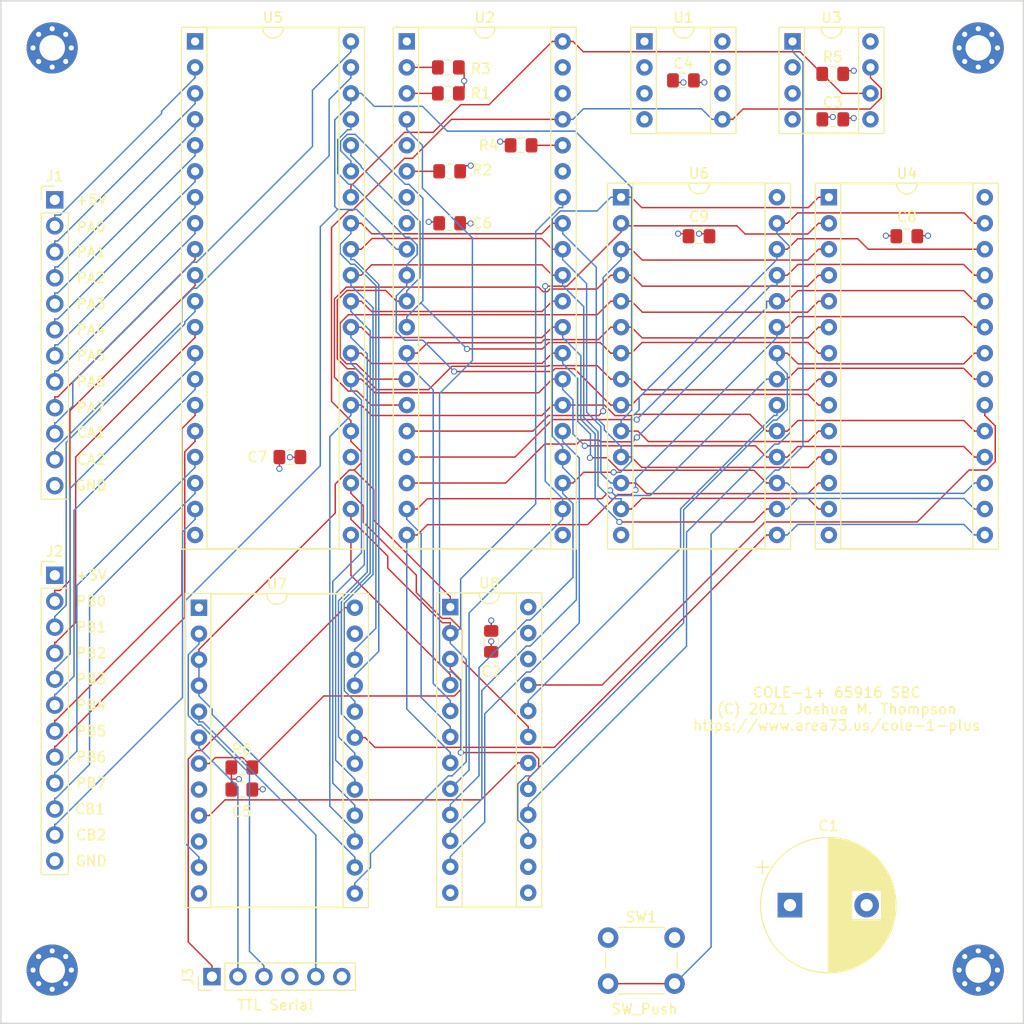
<source format=kicad_pcb>
(kicad_pcb (version 20171130) (host pcbnew 5.1.10-1.fc33)
  (title_block (title "COLE-1+ Logic Board") (date 2021-08-09) (rev 2.0))
  (layers (0 Front signal) (1 Ground power hide) (2 Power power hide) (31 Back signal hide) (34 B.Paste user) (35 F.Paste user) (36 B.SilkS user) (37 F.SilkS user) (38 B.Mask user) (39 F.Mask user) (44 Edge.Cuts user))
  (net 0 "")
  (net 1 GND)
  (net 2 VCC)
  (net 3 "Net-(R1-Pad1)")
  (net 4 "Net-(R2-Pad1)")
  (net 5 "Net-(R3-Pad1)")
  (net 6 "Net-(R4-Pad1)")
  (net 7 "Net-(SW1-Pad2)")
  (net 8 PA0)
  (net 9 PA1)
  (net 10 PA2)
  (net 11 PA3)
  (net 12 PA4)
  (net 13 PA5)
  (net 14 PA6)
  (net 15 PA7)
  (net 16 CA1)
  (net 17 CA2)
  (net 18 CB2)
  (net 19 CB1)
  (net 20 PB7)
  (net 21 PB6)
  (net 22 PB5)
  (net 23 PB4)
  (net 24 PB3)
  (net 25 PB2)
  (net 26 PB1)
  (net 27 PB0)
  (net 28 CTS)
  (net 29 TXD)
  (net 30 RXD)
  (net 31 RTS)
  (net 32 ~RESET)
  (net 33 PHI2)
  (net 34 A11)
  (net 35 A10)
  (net 36 A9)
  (net 37 A8)
  (net 38 A7)
  (net 39 A6)
  (net 40 R~W)
  (net 41 A5)
  (net 42 D0)
  (net 43 A4)
  (net 44 D1)
  (net 45 A3)
  (net 46 D2)
  (net 47 A2)
  (net 48 D3)
  (net 49 A1)
  (net 50 D4)
  (net 51 A0)
  (net 52 D5)
  (net 53 D6)
  (net 54 D7)
  (net 55 A15)
  (net 56 A14)
  (net 57 ~IRQ)
  (net 58 A13)
  (net 59 A12)
  (net 60 ~WR)
  (net 61 ~RD)
  (net 62 ~ROMSEL)
  (net 63 ~VIAIRQ)
  (net 64 ~VIASEL)
  (net 65 ~RAMSEL)
  (net 66 ~UARTIRQ)
  (net 67 ~UARTSEL)
  (module Resistor_SMD:R_0805_2012Metric_Pad1.15x1.40mm_HandSolder (layer Front) (at 115.951 126.238 180)
    (fp_text reference R6 (at 0 1.778) (layer F.SilkS))
    (fp_text value 3.3K hide)
    (pad 2 smd roundrect (at 1.025 0 180) (size 1.15 1.4) (layers Front F.Paste F.Mask) (roundrect_rratio 0.217391) (net 2 VCC))
    (pad 1 smd roundrect (at -1.025 0 180) (size 1.15 1.4) (layers Front F.Paste F.Mask) (roundrect_rratio 0.217391) (net 66 ~UARTIRQ))
  )
  (module MountingHole:MountingHole_2.5mm_Pad_Via (layer Front) (at 187.96 146.05)
    (fp_text reference H4 hide)
    (fp_text value MountingHole_Pad hide)
    (pad 1 thru_hole circle (at 1.325825 -1.325825) (size 0.8 0.8) (drill 0.5) (layers *.Cu *.Mask) (net 1 GND))
    (pad 1 thru_hole circle (at 0 -1.875) (size 0.8 0.8) (drill 0.5) (layers *.Cu *.Mask) (net 1 GND))
    (pad 1 thru_hole circle (at -1.325825 -1.325825) (size 0.8 0.8) (drill 0.5) (layers *.Cu *.Mask) (net 1 GND))
    (pad 1 thru_hole circle (at -1.875 0) (size 0.8 0.8) (drill 0.5) (layers *.Cu *.Mask) (net 1 GND))
    (pad 1 thru_hole circle (at -1.325825 1.325825) (size 0.8 0.8) (drill 0.5) (layers *.Cu *.Mask) (net 1 GND))
    (pad 1 thru_hole circle (at 0 1.875) (size 0.8 0.8) (drill 0.5) (layers *.Cu *.Mask) (net 1 GND))
    (pad 1 thru_hole circle (at 1.325825 1.325825) (size 0.8 0.8) (drill 0.5) (layers *.Cu *.Mask) (net 1 GND))
    (pad 1 thru_hole circle (at 1.875 0) (size 0.8 0.8) (drill 0.5) (layers *.Cu *.Mask) (net 1 GND))
    (pad 1 thru_hole circle (at 0 0) (size 5 5) (drill 2.5) (layers *.Cu *.Mask) (net 1 GND))
  )
  (module MountingHole:MountingHole_2.5mm_Pad_Via (layer Front) (at 187.96 55.88)
    (fp_text reference H3 hide)
    (fp_text value MountingHole_Pad hide)
    (pad 1 thru_hole circle (at 1.325825 -1.325825) (size 0.8 0.8) (drill 0.5) (layers *.Cu *.Mask) (net 1 GND))
    (pad 1 thru_hole circle (at 0 -1.875) (size 0.8 0.8) (drill 0.5) (layers *.Cu *.Mask) (net 1 GND))
    (pad 1 thru_hole circle (at -1.325825 -1.325825) (size 0.8 0.8) (drill 0.5) (layers *.Cu *.Mask) (net 1 GND))
    (pad 1 thru_hole circle (at -1.875 0) (size 0.8 0.8) (drill 0.5) (layers *.Cu *.Mask) (net 1 GND))
    (pad 1 thru_hole circle (at -1.325825 1.325825) (size 0.8 0.8) (drill 0.5) (layers *.Cu *.Mask) (net 1 GND))
    (pad 1 thru_hole circle (at 0 1.875) (size 0.8 0.8) (drill 0.5) (layers *.Cu *.Mask) (net 1 GND))
    (pad 1 thru_hole circle (at 1.325825 1.325825) (size 0.8 0.8) (drill 0.5) (layers *.Cu *.Mask) (net 1 GND))
    (pad 1 thru_hole circle (at 1.875 0) (size 0.8 0.8) (drill 0.5) (layers *.Cu *.Mask) (net 1 GND))
    (pad 1 thru_hole circle (at 0 0) (size 5 5) (drill 2.5) (layers *.Cu *.Mask) (net 1 GND))
  )
  (module MountingHole:MountingHole_2.5mm_Pad_Via (layer Front) (at 97.409 146.05)
    (fp_text reference H2 hide)
    (fp_text value MountingHole_Pad hide)
    (pad 1 thru_hole circle (at 1.325825 -1.325825) (size 0.8 0.8) (drill 0.5) (layers *.Cu *.Mask) (net 1 GND))
    (pad 1 thru_hole circle (at 0 -1.875) (size 0.8 0.8) (drill 0.5) (layers *.Cu *.Mask) (net 1 GND))
    (pad 1 thru_hole circle (at -1.325825 -1.325825) (size 0.8 0.8) (drill 0.5) (layers *.Cu *.Mask) (net 1 GND))
    (pad 1 thru_hole circle (at -1.875 0) (size 0.8 0.8) (drill 0.5) (layers *.Cu *.Mask) (net 1 GND))
    (pad 1 thru_hole circle (at -1.325825 1.325825) (size 0.8 0.8) (drill 0.5) (layers *.Cu *.Mask) (net 1 GND))
    (pad 1 thru_hole circle (at 0 1.875) (size 0.8 0.8) (drill 0.5) (layers *.Cu *.Mask) (net 1 GND))
    (pad 1 thru_hole circle (at 1.325825 1.325825) (size 0.8 0.8) (drill 0.5) (layers *.Cu *.Mask) (net 1 GND))
    (pad 1 thru_hole circle (at 1.875 0) (size 0.8 0.8) (drill 0.5) (layers *.Cu *.Mask) (net 1 GND))
    (pad 1 thru_hole circle (at 0 0) (size 5 5) (drill 2.5) (layers *.Cu *.Mask) (net 1 GND))
  )
  (module MountingHole:MountingHole_2.5mm_Pad_Via (layer Front) (at 97.409 55.88)
    (fp_text reference H1 hide)
    (fp_text value MountingHole_Pad hide)
    (pad 1 thru_hole circle (at 1.325825 -1.325825) (size 0.8 0.8) (drill 0.5) (layers *.Cu *.Mask) (net 1 GND))
    (pad 1 thru_hole circle (at 0 -1.875) (size 0.8 0.8) (drill 0.5) (layers *.Cu *.Mask) (net 1 GND))
    (pad 1 thru_hole circle (at -1.325825 -1.325825) (size 0.8 0.8) (drill 0.5) (layers *.Cu *.Mask) (net 1 GND))
    (pad 1 thru_hole circle (at -1.875 0) (size 0.8 0.8) (drill 0.5) (layers *.Cu *.Mask) (net 1 GND))
    (pad 1 thru_hole circle (at -1.325825 1.325825) (size 0.8 0.8) (drill 0.5) (layers *.Cu *.Mask) (net 1 GND))
    (pad 1 thru_hole circle (at 0 1.875) (size 0.8 0.8) (drill 0.5) (layers *.Cu *.Mask) (net 1 GND))
    (pad 1 thru_hole circle (at 1.325825 1.325825) (size 0.8 0.8) (drill 0.5) (layers *.Cu *.Mask) (net 1 GND))
    (pad 1 thru_hole circle (at 1.875 0) (size 0.8 0.8) (drill 0.5) (layers *.Cu *.Mask) (net 1 GND))
    (pad 1 thru_hole circle (at 0 0) (size 5 5) (drill 2.5) (layers *.Cu *.Mask) (net 1 GND))
  )
  (module Capacitor_THT:CP_Radial_D13.0mm_P7.50mm (layer Front) (at 169.545 139.7)
    (fp_text reference C1 (at 3.75 -7.75) (layer F.SilkS))
    (fp_text value 470uf hide)
    (pad 1 thru_hole rect (at 0 0) (size 2.4 2.4) (drill 1.2) (layers *.Cu *.Mask) (net 2 VCC))
    (pad 2 thru_hole circle (at 7.5 0) (size 2.4 2.4) (drill 1.2) (layers *.Cu *.Mask) (net 1 GND))
  )
  (module Capacitor_SMD:C_0805_2012Metric_Pad1.15x1.40mm_HandSolder (layer Front) (at 140.335 113.91 90)
    (fp_text reference C2 (at -2.93 0) (layer F.SilkS))
    (fp_text value 0.1u hide)
    (pad 1 smd roundrect (at -1.025 0 90) (size 1.15 1.4) (layers Front F.Paste F.Mask) (roundrect_rratio 0.2173904347826087) (net 1 GND))
    (pad 2 smd roundrect (at 1.025 0 90) (size 1.15 1.4) (layers Front F.Paste F.Mask) (roundrect_rratio 0.2173904347826087) (net 2 VCC))
  )
  (module Capacitor_SMD:C_0805_2012Metric_Pad1.15x1.40mm_HandSolder (layer Front) (at 173.736 62.865)
    (fp_text reference C3 (at 0 -1.65) (layer F.SilkS))
    (fp_text value 0.1u hide)
    (pad 2 smd roundrect (at 1.025 0) (size 1.15 1.4) (layers Front F.Paste F.Mask) (roundrect_rratio 0.2173904347826087) (net 2 VCC))
    (pad 1 smd roundrect (at -1.025 0) (size 1.15 1.4) (layers Front F.Paste F.Mask) (roundrect_rratio 0.2173904347826087) (net 1 GND))
  )
  (module Capacitor_SMD:C_0805_2012Metric_Pad1.15x1.40mm_HandSolder (layer Front) (at 159.131 59.055)
    (fp_text reference C4 (at 0 -1.65) (layer F.SilkS))
    (fp_text value 0.1u hide)
    (pad 1 smd roundrect (at -1.025 0) (size 1.15 1.4) (layers Front F.Paste F.Mask) (roundrect_rratio 0.2173904347826087) (net 1 GND))
    (pad 2 smd roundrect (at 1.025 0) (size 1.15 1.4) (layers Front F.Paste F.Mask) (roundrect_rratio 0.2173904347826087) (net 2 VCC))
  )
  (module Capacitor_SMD:C_0805_2012Metric_Pad1.15x1.40mm_HandSolder (layer Front) (at 115.951 128.397 180)
    (fp_text reference C5 (at 0 -2.159) (layer F.SilkS))
    (fp_text value 0.1u hide)
    (pad 2 smd roundrect (at 1.025 0 180) (size 1.15 1.4) (layers Front F.Paste F.Mask) (roundrect_rratio 0.2173904347826087) (net 2 VCC))
    (pad 1 smd roundrect (at -1.025 0 180) (size 1.15 1.4) (layers Front F.Paste F.Mask) (roundrect_rratio 0.2173904347826087) (net 1 GND))
  )
  (module Capacitor_SMD:C_0805_2012Metric_Pad1.15x1.40mm_HandSolder (layer Front) (at 136.271 73.025 180)
    (fp_text reference C6 (at -3.175 0) (layer F.SilkS))
    (fp_text value 0.1u hide)
    (pad 1 smd roundrect (at -1.025 0 180) (size 1.15 1.4) (layers Front F.Paste F.Mask) (roundrect_rratio 0.2173904347826087) (net 1 GND))
    (pad 2 smd roundrect (at 1.025 0 180) (size 1.15 1.4) (layers Front F.Paste F.Mask) (roundrect_rratio 0.2173904347826087) (net 2 VCC))
  )
  (module Capacitor_SMD:C_0805_2012Metric_Pad1.15x1.40mm_HandSolder (layer Front) (at 120.65 95.885)
    (fp_text reference C7 (at -3.175 0) (layer F.SilkS))
    (fp_text value 0.1u hide)
    (pad 2 smd roundrect (at 1.025 0) (size 1.15 1.4) (layers Front F.Paste F.Mask) (roundrect_rratio 0.2173904347826087) (net 2 VCC))
    (pad 1 smd roundrect (at -1.025 0) (size 1.15 1.4) (layers Front F.Paste F.Mask) (roundrect_rratio 0.2173904347826087) (net 1 GND))
  )
  (module Capacitor_SMD:C_0805_2012Metric_Pad1.15x1.40mm_HandSolder (layer Front) (at 180.975 74.295)
    (fp_text reference C8 (at 0 -1.905) (layer F.SilkS))
    (fp_text value 0.1u hide)
    (pad 1 smd roundrect (at -1.025 0) (size 1.15 1.4) (layers Front F.Paste F.Mask) (roundrect_rratio 0.2173904347826087) (net 1 GND))
    (pad 2 smd roundrect (at 1.025 0) (size 1.15 1.4) (layers Front F.Paste F.Mask) (roundrect_rratio 0.2173904347826087) (net 2 VCC))
  )
  (module Capacitor_SMD:C_0805_2012Metric_Pad1.15x1.40mm_HandSolder (layer Front) (at 160.655 74.295)
    (fp_text reference C9 (at 0 -1.905) (layer F.SilkS))
    (fp_text value 0.1u hide)
    (pad 2 smd roundrect (at 1.025 0) (size 1.15 1.4) (layers Front F.Paste F.Mask) (roundrect_rratio 0.2173904347826087) (net 2 VCC))
    (pad 1 smd roundrect (at -1.025 0) (size 1.15 1.4) (layers Front F.Paste F.Mask) (roundrect_rratio 0.2173904347826087) (net 1 GND))
  )
  (module Connector_PinHeader_2.54mm:PinHeader_1x12_P2.54mm_Vertical (layer Front) (at 97.663 70.739)
    (fp_text reference J1 (at 0 -2.33) (layer F.SilkS))
    (fp_text value "PORT A" hide)
    (pad 1 thru_hole rect (at 0 0) (size 1.7 1.7) (drill 1) (layers *.Cu *.Mask) (net 2 VCC))
    (pad 2 thru_hole oval (at 0 2.54) (size 1.7 1.7) (drill 1) (layers *.Cu *.Mask) (net 8 PA0))
    (pad 3 thru_hole oval (at 0 5.08) (size 1.7 1.7) (drill 1) (layers *.Cu *.Mask) (net 9 PA1))
    (pad 4 thru_hole oval (at 0 7.62) (size 1.7 1.7) (drill 1) (layers *.Cu *.Mask) (net 10 PA2))
    (pad 5 thru_hole oval (at 0 10.16) (size 1.7 1.7) (drill 1) (layers *.Cu *.Mask) (net 11 PA3))
    (pad 6 thru_hole oval (at 0 12.7) (size 1.7 1.7) (drill 1) (layers *.Cu *.Mask) (net 12 PA4))
    (pad 7 thru_hole oval (at 0 15.24) (size 1.7 1.7) (drill 1) (layers *.Cu *.Mask) (net 13 PA5))
    (pad 8 thru_hole oval (at 0 17.78) (size 1.7 1.7) (drill 1) (layers *.Cu *.Mask) (net 14 PA6))
    (pad 9 thru_hole oval (at 0 20.32) (size 1.7 1.7) (drill 1) (layers *.Cu *.Mask) (net 15 PA7))
    (pad 10 thru_hole oval (at 0 22.86) (size 1.7 1.7) (drill 1) (layers *.Cu *.Mask) (net 16 CA1))
    (pad 11 thru_hole oval (at 0 25.4) (size 1.7 1.7) (drill 1) (layers *.Cu *.Mask) (net 17 CA2))
    (pad 12 thru_hole oval (at 0 27.94) (size 1.7 1.7) (drill 1) (layers *.Cu *.Mask) (net 1 GND))
  )
  (module Connector_PinHeader_2.54mm:PinHeader_1x12_P2.54mm_Vertical (layer Front) (at 97.663 107.442)
    (fp_text reference J2 (at 0 -2.33) (layer F.SilkS))
    (fp_text value "PORT B")
    (pad 12 thru_hole oval (at 0 27.94) (size 1.7 1.7) (drill 1) (layers *.Cu *.Mask) (net 1 GND))
    (pad 11 thru_hole oval (at 0 25.4) (size 1.7 1.7) (drill 1) (layers *.Cu *.Mask) (net 18 CB2))
    (pad 10 thru_hole oval (at 0 22.86) (size 1.7 1.7) (drill 1) (layers *.Cu *.Mask) (net 19 CB1))
    (pad 9 thru_hole oval (at 0 20.32) (size 1.7 1.7) (drill 1) (layers *.Cu *.Mask) (net 20 PB7))
    (pad 8 thru_hole oval (at 0 17.78) (size 1.7 1.7) (drill 1) (layers *.Cu *.Mask) (net 21 PB6))
    (pad 7 thru_hole oval (at 0 15.24) (size 1.7 1.7) (drill 1) (layers *.Cu *.Mask) (net 22 PB5))
    (pad 6 thru_hole oval (at 0 12.7) (size 1.7 1.7) (drill 1) (layers *.Cu *.Mask) (net 23 PB4))
    (pad 5 thru_hole oval (at 0 10.16) (size 1.7 1.7) (drill 1) (layers *.Cu *.Mask) (net 24 PB3))
    (pad 4 thru_hole oval (at 0 7.62) (size 1.7 1.7) (drill 1) (layers *.Cu *.Mask) (net 25 PB2))
    (pad 3 thru_hole oval (at 0 5.08) (size 1.7 1.7) (drill 1) (layers *.Cu *.Mask) (net 26 PB1))
    (pad 2 thru_hole oval (at 0 2.54) (size 1.7 1.7) (drill 1) (layers *.Cu *.Mask) (net 27 PB0))
    (pad 1 thru_hole rect (at 0 0) (size 1.7 1.7) (drill 1) (layers *.Cu *.Mask) (net 2 VCC))
  )
  (module Connector_PinHeader_2.54mm:PinHeader_1x06_P2.54mm_Vertical (layer Front) (at 113.03 146.685 90)
    (fp_text reference J3 (at 0 -2.33 90) (layer F.SilkS))
    (fp_text value "TTL Serial" (at -2.794 6.223 180) (layer F.SilkS))
    (pad 1 thru_hole rect (at 0 0 90) (size 1.7 1.7) (drill 1) (layers *.Cu *.Mask) (net 28 CTS))
    (pad 2 thru_hole oval (at 0 2.54 90) (size 1.7 1.7) (drill 1) (layers *.Cu *.Mask) (net 29 TXD))
    (pad 3 thru_hole oval (at 0 5.08 90) (size 1.7 1.7) (drill 1) (layers *.Cu *.Mask) (net 30 RXD))
    (pad 4 thru_hole oval (at 0 7.62 90) (size 1.7 1.7) (drill 1) (layers *.Cu *.Mask) (net 2 VCC))
    (pad 5 thru_hole oval (at 0 10.16 90) (size 1.7 1.7) (drill 1) (layers *.Cu *.Mask) (net 31 RTS))
    (pad 6 thru_hole oval (at 0 12.7 90) (size 1.7 1.7) (drill 1) (layers *.Cu *.Mask) (net 1 GND))
  )
  (module Resistor_SMD:R_0805_2012Metric_Pad1.15x1.40mm_HandSolder (layer Front) (at 136.144 60.325)
    (fp_text reference R1 (at 3.175 0) (layer F.SilkS))
    (fp_text value 3.3K hide)
    (pad 2 smd roundrect (at 1.025 0) (size 1.15 1.4) (layers Front F.Paste F.Mask) (roundrect_rratio 0.2173904347826087) (net 2 VCC))
    (pad 1 smd roundrect (at -1.025 0) (size 1.15 1.4) (layers Front F.Paste F.Mask) (roundrect_rratio 0.2173904347826087) (net 3 "Net-(R1-Pad1)"))
  )
  (module Resistor_SMD:R_0805_2012Metric_Pad1.15x1.40mm_HandSolder (layer Front) (at 136.271 67.945)
    (fp_text reference R2 (at 3.175 -0.127) (layer F.SilkS))
    (fp_text value 3.3K hide)
    (pad 1 smd roundrect (at -1.025 0) (size 1.15 1.4) (layers Front F.Paste F.Mask) (roundrect_rratio 0.2173904347826087) (net 4 "Net-(R2-Pad1)"))
    (pad 2 smd roundrect (at 1.025 0) (size 1.15 1.4) (layers Front F.Paste F.Mask) (roundrect_rratio 0.2173904347826087) (net 2 VCC))
  )
  (module Resistor_SMD:R_0805_2012Metric_Pad1.15x1.40mm_HandSolder (layer Front) (at 136.144 57.785)
    (fp_text reference R3 (at 3.175 0.127) (layer F.SilkS))
    (fp_text value 3.3K hide)
    (pad 1 smd roundrect (at -1.025 0) (size 1.15 1.4) (layers Front F.Paste F.Mask) (roundrect_rratio 0.2173904347826087) (net 5 "Net-(R3-Pad1)"))
    (pad 2 smd roundrect (at 1.025 0) (size 1.15 1.4) (layers Front F.Paste F.Mask) (roundrect_rratio 0.2173904347826087) (net 2 VCC))
  )
  (module Resistor_SMD:R_0805_2012Metric_Pad1.15x1.40mm_HandSolder (layer Front) (at 143.256 65.405 180)
    (fp_text reference R4 (at 3.175 0) (layer F.SilkS))
    (fp_text value 3.3K hide)
    (pad 1 smd roundrect (at -1.025 0 180) (size 1.15 1.4) (layers Front F.Paste F.Mask) (roundrect_rratio 0.2173904347826087) (net 6 "Net-(R4-Pad1)"))
    (pad 2 smd roundrect (at 1.025 0 180) (size 1.15 1.4) (layers Front F.Paste F.Mask) (roundrect_rratio 0.2173904347826087) (net 2 VCC))
  )
  (module Resistor_SMD:R_0805_2012Metric_Pad1.15x1.40mm_HandSolder (layer Front) (at 173.727 58.42)
    (fp_text reference R5 (at 0 -1.65) (layer F.SilkS))
    (fp_text value 10k hide)
    (pad 2 smd roundrect (at 1.025 0) (size 1.15 1.4) (layers Front F.Paste F.Mask) (roundrect_rratio 0.2173904347826087) (net 2 VCC))
    (pad 1 smd roundrect (at -1.025 0) (size 1.15 1.4) (layers Front F.Paste F.Mask) (roundrect_rratio 0.2173904347826087) (net 32 ~RESET))
  )
  (module Button_Switch_THT:SW_PUSH_6mm_H5mm (layer Front) (at 151.765 142.875)
    (fp_text reference SW1 (at 3.25 -2) (layer F.SilkS))
    (fp_text value SW_Push (at 3.556 6.985) (layer F.SilkS))
    (pad 2 thru_hole circle (at 0 4.5 90) (size 2 2) (drill 1.1) (layers *.Cu *.Mask) (net 7 "Net-(SW1-Pad2)"))
    (pad 1 thru_hole circle (at 0 0 90) (size 2 2) (drill 1.1) (layers *.Cu *.Mask) (net 1 GND))
    (pad 2 thru_hole circle (at 6.5 4.5 90) (size 2 2) (drill 1.1) (layers *.Cu *.Mask) (net 7 "Net-(SW1-Pad2)"))
    (pad 1 thru_hole circle (at 6.5 0 90) (size 2 2) (drill 1.1) (layers *.Cu *.Mask) (net 1 GND))
  )
  (module Package_DIP:DIP-40_W15.24mm_Socket (layer Front) (at 132.08 55.245)
    (fp_text reference U2 (at 7.62 -2.33) (layer F.SilkS))
    (fp_text value W65C816)
    (pad 40 thru_hole oval (at 15.24 0) (size 1.6 1.6) (drill 0.8) (layers *.Cu *.Mask) (net 32 ~RESET))
    (pad 20 thru_hole oval (at 0 48.26) (size 1.6 1.6) (drill 0.8) (layers *.Cu *.Mask) (net 34 A11))
    (pad 39 thru_hole oval (at 15.24 2.54) (size 1.6 1.6) (drill 0.8) (layers *.Cu *.Mask))
    (pad 19 thru_hole oval (at 0 45.72) (size 1.6 1.6) (drill 0.8) (layers *.Cu *.Mask) (net 35 A10))
    (pad 38 thru_hole oval (at 15.24 5.08) (size 1.6 1.6) (drill 0.8) (layers *.Cu *.Mask))
    (pad 18 thru_hole oval (at 0 43.18) (size 1.6 1.6) (drill 0.8) (layers *.Cu *.Mask) (net 36 A9))
    (pad 37 thru_hole oval (at 15.24 7.62) (size 1.6 1.6) (drill 0.8) (layers *.Cu *.Mask) (net 33 PHI2))
    (pad 17 thru_hole oval (at 0 40.64) (size 1.6 1.6) (drill 0.8) (layers *.Cu *.Mask) (net 37 A8))
    (pad 36 thru_hole oval (at 15.24 10.16) (size 1.6 1.6) (drill 0.8) (layers *.Cu *.Mask) (net 6 "Net-(R4-Pad1)"))
    (pad 16 thru_hole oval (at 0 38.1) (size 1.6 1.6) (drill 0.8) (layers *.Cu *.Mask) (net 38 A7))
    (pad 35 thru_hole oval (at 15.24 12.7) (size 1.6 1.6) (drill 0.8) (layers *.Cu *.Mask))
    (pad 15 thru_hole oval (at 0 35.56) (size 1.6 1.6) (drill 0.8) (layers *.Cu *.Mask) (net 39 A6))
    (pad 34 thru_hole oval (at 15.24 15.24) (size 1.6 1.6) (drill 0.8) (layers *.Cu *.Mask) (net 40 R~W))
    (pad 14 thru_hole oval (at 0 33.02) (size 1.6 1.6) (drill 0.8) (layers *.Cu *.Mask) (net 41 A5))
    (pad 33 thru_hole oval (at 15.24 17.78) (size 1.6 1.6) (drill 0.8) (layers *.Cu *.Mask) (net 42 D0))
    (pad 13 thru_hole oval (at 0 30.48) (size 1.6 1.6) (drill 0.8) (layers *.Cu *.Mask) (net 43 A4))
    (pad 32 thru_hole oval (at 15.24 20.32) (size 1.6 1.6) (drill 0.8) (layers *.Cu *.Mask) (net 44 D1))
    (pad 12 thru_hole oval (at 0 27.94) (size 1.6 1.6) (drill 0.8) (layers *.Cu *.Mask) (net 45 A3))
    (pad 31 thru_hole oval (at 15.24 22.86) (size 1.6 1.6) (drill 0.8) (layers *.Cu *.Mask) (net 46 D2))
    (pad 11 thru_hole oval (at 0 25.4) (size 1.6 1.6) (drill 0.8) (layers *.Cu *.Mask) (net 47 A2))
    (pad 30 thru_hole oval (at 15.24 25.4) (size 1.6 1.6) (drill 0.8) (layers *.Cu *.Mask) (net 48 D3))
    (pad 10 thru_hole oval (at 0 22.86) (size 1.6 1.6) (drill 0.8) (layers *.Cu *.Mask) (net 49 A1))
    (pad 29 thru_hole oval (at 15.24 27.94) (size 1.6 1.6) (drill 0.8) (layers *.Cu *.Mask) (net 50 D4))
    (pad 9 thru_hole oval (at 0 20.32) (size 1.6 1.6) (drill 0.8) (layers *.Cu *.Mask) (net 51 A0))
    (pad 28 thru_hole oval (at 15.24 30.48) (size 1.6 1.6) (drill 0.8) (layers *.Cu *.Mask) (net 52 D5))
    (pad 8 thru_hole oval (at 0 17.78) (size 1.6 1.6) (drill 0.8) (layers *.Cu *.Mask) (net 2 VCC))
    (pad 27 thru_hole oval (at 15.24 33.02) (size 1.6 1.6) (drill 0.8) (layers *.Cu *.Mask) (net 53 D6))
    (pad 7 thru_hole oval (at 0 15.24) (size 1.6 1.6) (drill 0.8) (layers *.Cu *.Mask))
    (pad 26 thru_hole oval (at 15.24 35.56) (size 1.6 1.6) (drill 0.8) (layers *.Cu *.Mask) (net 54 D7))
    (pad 6 thru_hole oval (at 0 12.7) (size 1.6 1.6) (drill 0.8) (layers *.Cu *.Mask) (net 4 "Net-(R2-Pad1)"))
    (pad 25 thru_hole oval (at 15.24 38.1) (size 1.6 1.6) (drill 0.8) (layers *.Cu *.Mask) (net 55 A15))
    (pad 5 thru_hole oval (at 0 10.16) (size 1.6 1.6) (drill 0.8) (layers *.Cu *.Mask))
    (pad 24 thru_hole oval (at 15.24 40.64) (size 1.6 1.6) (drill 0.8) (layers *.Cu *.Mask) (net 56 A14))
    (pad 4 thru_hole oval (at 0 7.62) (size 1.6 1.6) (drill 0.8) (layers *.Cu *.Mask) (net 57 ~IRQ))
    (pad 23 thru_hole oval (at 15.24 43.18) (size 1.6 1.6) (drill 0.8) (layers *.Cu *.Mask) (net 58 A13))
    (pad 3 thru_hole oval (at 0 5.08) (size 1.6 1.6) (drill 0.8) (layers *.Cu *.Mask) (net 3 "Net-(R1-Pad1)"))
    (pad 22 thru_hole oval (at 15.24 45.72) (size 1.6 1.6) (drill 0.8) (layers *.Cu *.Mask) (net 59 A12))
    (pad 2 thru_hole oval (at 0 2.54) (size 1.6 1.6) (drill 0.8) (layers *.Cu *.Mask) (net 5 "Net-(R3-Pad1)"))
    (pad 21 thru_hole oval (at 15.24 48.26) (size 1.6 1.6) (drill 0.8) (layers *.Cu *.Mask) (net 1 GND))
    (pad 1 thru_hole rect (at 0 0) (size 1.6 1.6) (drill 0.8) (layers *.Cu *.Mask))
  )
  (module Package_DIP:DIP-8_W7.62mm_Socket (layer Front) (at 169.799 55.245)
    (fp_text reference U3 (at 3.81 -2.33) (layer F.SilkS))
    (fp_text value MAX1232CPA hide)
    (pad 1 thru_hole rect (at 0 0) (size 1.6 1.6) (drill 0.8) (layers *.Cu *.Mask) (net 7 "Net-(SW1-Pad2)"))
    (pad 5 thru_hole oval (at 7.62 7.62) (size 1.6 1.6) (drill 0.8) (layers *.Cu *.Mask))
    (pad 2 thru_hole oval (at 0 2.54) (size 1.6 1.6) (drill 0.8) (layers *.Cu *.Mask) (net 2 VCC))
    (pad 6 thru_hole oval (at 7.62 5.08) (size 1.6 1.6) (drill 0.8) (layers *.Cu *.Mask) (net 32 ~RESET))
    (pad 3 thru_hole oval (at 0 5.08) (size 1.6 1.6) (drill 0.8) (layers *.Cu *.Mask) (net 1 GND))
    (pad 7 thru_hole oval (at 7.62 2.54) (size 1.6 1.6) (drill 0.8) (layers *.Cu *.Mask) (net 33 PHI2))
    (pad 4 thru_hole oval (at 0 7.62) (size 1.6 1.6) (drill 0.8) (layers *.Cu *.Mask) (net 1 GND))
    (pad 8 thru_hole oval (at 7.62 0) (size 1.6 1.6) (drill 0.8) (layers *.Cu *.Mask) (net 2 VCC))
  )
  (module Package_DIP:DIP-28_W15.24mm_Socket (layer Front) (at 173.355 70.485)
    (fp_text reference U4 (at 7.62 -2.33) (layer F.SilkS))
    (fp_text value AT28C256-15PU)
    (pad 28 thru_hole oval (at 15.24 0) (size 1.6 1.6) (drill 0.8) (layers *.Cu *.Mask) (net 2 VCC))
    (pad 14 thru_hole oval (at 0 33.02) (size 1.6 1.6) (drill 0.8) (layers *.Cu *.Mask) (net 1 GND))
    (pad 27 thru_hole oval (at 15.24 2.54) (size 1.6 1.6) (drill 0.8) (layers *.Cu *.Mask) (net 60 ~WR))
    (pad 13 thru_hole oval (at 0 30.48) (size 1.6 1.6) (drill 0.8) (layers *.Cu *.Mask) (net 46 D2))
    (pad 26 thru_hole oval (at 15.24 5.08) (size 1.6 1.6) (drill 0.8) (layers *.Cu *.Mask) (net 58 A13))
    (pad 12 thru_hole oval (at 0 27.94) (size 1.6 1.6) (drill 0.8) (layers *.Cu *.Mask) (net 44 D1))
    (pad 25 thru_hole oval (at 15.24 7.62) (size 1.6 1.6) (drill 0.8) (layers *.Cu *.Mask) (net 37 A8))
    (pad 11 thru_hole oval (at 0 25.4) (size 1.6 1.6) (drill 0.8) (layers *.Cu *.Mask) (net 42 D0))
    (pad 24 thru_hole oval (at 15.24 10.16) (size 1.6 1.6) (drill 0.8) (layers *.Cu *.Mask) (net 36 A9))
    (pad 10 thru_hole oval (at 0 22.86) (size 1.6 1.6) (drill 0.8) (layers *.Cu *.Mask) (net 51 A0))
    (pad 23 thru_hole oval (at 15.24 12.7) (size 1.6 1.6) (drill 0.8) (layers *.Cu *.Mask) (net 34 A11))
    (pad 9 thru_hole oval (at 0 20.32) (size 1.6 1.6) (drill 0.8) (layers *.Cu *.Mask) (net 49 A1))
    (pad 22 thru_hole oval (at 15.24 15.24) (size 1.6 1.6) (drill 0.8) (layers *.Cu *.Mask) (net 61 ~RD))
    (pad 8 thru_hole oval (at 0 17.78) (size 1.6 1.6) (drill 0.8) (layers *.Cu *.Mask) (net 47 A2))
    (pad 21 thru_hole oval (at 15.24 17.78) (size 1.6 1.6) (drill 0.8) (layers *.Cu *.Mask) (net 35 A10))
    (pad 7 thru_hole oval (at 0 15.24) (size 1.6 1.6) (drill 0.8) (layers *.Cu *.Mask) (net 45 A3))
    (pad 20 thru_hole oval (at 15.24 20.32) (size 1.6 1.6) (drill 0.8) (layers *.Cu *.Mask) (net 62 ~ROMSEL))
    (pad 6 thru_hole oval (at 0 12.7) (size 1.6 1.6) (drill 0.8) (layers *.Cu *.Mask) (net 43 A4))
    (pad 19 thru_hole oval (at 15.24 22.86) (size 1.6 1.6) (drill 0.8) (layers *.Cu *.Mask) (net 54 D7))
    (pad 5 thru_hole oval (at 0 10.16) (size 1.6 1.6) (drill 0.8) (layers *.Cu *.Mask) (net 41 A5))
    (pad 18 thru_hole oval (at 15.24 25.4) (size 1.6 1.6) (drill 0.8) (layers *.Cu *.Mask) (net 53 D6))
    (pad 4 thru_hole oval (at 0 7.62) (size 1.6 1.6) (drill 0.8) (layers *.Cu *.Mask) (net 39 A6))
    (pad 17 thru_hole oval (at 15.24 27.94) (size 1.6 1.6) (drill 0.8) (layers *.Cu *.Mask) (net 52 D5))
    (pad 3 thru_hole oval (at 0 5.08) (size 1.6 1.6) (drill 0.8) (layers *.Cu *.Mask) (net 38 A7))
    (pad 16 thru_hole oval (at 15.24 30.48) (size 1.6 1.6) (drill 0.8) (layers *.Cu *.Mask) (net 50 D4))
    (pad 2 thru_hole oval (at 0 2.54) (size 1.6 1.6) (drill 0.8) (layers *.Cu *.Mask) (net 59 A12))
    (pad 15 thru_hole oval (at 15.24 33.02) (size 1.6 1.6) (drill 0.8) (layers *.Cu *.Mask) (net 48 D3))
    (pad 1 thru_hole rect (at 0 0) (size 1.6 1.6) (drill 0.8) (layers *.Cu *.Mask) (net 56 A14))
  )
  (module Package_DIP:DIP-40_W15.24mm_Socket (layer Front) (at 111.379 55.245)
    (fp_text reference U5 (at 7.62 -2.33) (layer F.SilkS))
    (fp_text value WD65C22)
    (pad 1 thru_hole rect (at 0 0) (size 1.6 1.6) (drill 0.8) (layers *.Cu *.Mask) (net 1 GND))
    (pad 21 thru_hole oval (at 15.24 48.26) (size 1.6 1.6) (drill 0.8) (layers *.Cu *.Mask) (net 63 ~VIAIRQ))
    (pad 2 thru_hole oval (at 0 2.54) (size 1.6 1.6) (drill 0.8) (layers *.Cu *.Mask) (net 8 PA0))
    (pad 22 thru_hole oval (at 15.24 45.72) (size 1.6 1.6) (drill 0.8) (layers *.Cu *.Mask) (net 40 R~W))
    (pad 3 thru_hole oval (at 0 5.08) (size 1.6 1.6) (drill 0.8) (layers *.Cu *.Mask) (net 9 PA1))
    (pad 23 thru_hole oval (at 15.24 43.18) (size 1.6 1.6) (drill 0.8) (layers *.Cu *.Mask) (net 64 ~VIASEL))
    (pad 4 thru_hole oval (at 0 7.62) (size 1.6 1.6) (drill 0.8) (layers *.Cu *.Mask) (net 10 PA2))
    (pad 24 thru_hole oval (at 15.24 40.64) (size 1.6 1.6) (drill 0.8) (layers *.Cu *.Mask) (net 2 VCC))
    (pad 5 thru_hole oval (at 0 10.16) (size 1.6 1.6) (drill 0.8) (layers *.Cu *.Mask) (net 11 PA3))
    (pad 25 thru_hole oval (at 15.24 38.1) (size 1.6 1.6) (drill 0.8) (layers *.Cu *.Mask) (net 33 PHI2))
    (pad 6 thru_hole oval (at 0 12.7) (size 1.6 1.6) (drill 0.8) (layers *.Cu *.Mask) (net 12 PA4))
    (pad 26 thru_hole oval (at 15.24 35.56) (size 1.6 1.6) (drill 0.8) (layers *.Cu *.Mask) (net 54 D7))
    (pad 7 thru_hole oval (at 0 15.24) (size 1.6 1.6) (drill 0.8) (layers *.Cu *.Mask) (net 13 PA5))
    (pad 27 thru_hole oval (at 15.24 33.02) (size 1.6 1.6) (drill 0.8) (layers *.Cu *.Mask) (net 53 D6))
    (pad 8 thru_hole oval (at 0 17.78) (size 1.6 1.6) (drill 0.8) (layers *.Cu *.Mask) (net 14 PA6))
    (pad 28 thru_hole oval (at 15.24 30.48) (size 1.6 1.6) (drill 0.8) (layers *.Cu *.Mask) (net 52 D5))
    (pad 9 thru_hole oval (at 0 20.32) (size 1.6 1.6) (drill 0.8) (layers *.Cu *.Mask) (net 15 PA7))
    (pad 29 thru_hole oval (at 15.24 27.94) (size 1.6 1.6) (drill 0.8) (layers *.Cu *.Mask) (net 50 D4))
    (pad 10 thru_hole oval (at 0 22.86) (size 1.6 1.6) (drill 0.8) (layers *.Cu *.Mask) (net 27 PB0))
    (pad 30 thru_hole oval (at 15.24 25.4) (size 1.6 1.6) (drill 0.8) (layers *.Cu *.Mask) (net 48 D3))
    (pad 11 thru_hole oval (at 0 25.4) (size 1.6 1.6) (drill 0.8) (layers *.Cu *.Mask) (net 26 PB1))
    (pad 31 thru_hole oval (at 15.24 22.86) (size 1.6 1.6) (drill 0.8) (layers *.Cu *.Mask) (net 46 D2))
    (pad 12 thru_hole oval (at 0 27.94) (size 1.6 1.6) (drill 0.8) (layers *.Cu *.Mask) (net 25 PB2))
    (pad 32 thru_hole oval (at 15.24 20.32) (size 1.6 1.6) (drill 0.8) (layers *.Cu *.Mask) (net 44 D1))
    (pad 13 thru_hole oval (at 0 30.48) (size 1.6 1.6) (drill 0.8) (layers *.Cu *.Mask) (net 24 PB3))
    (pad 33 thru_hole oval (at 15.24 17.78) (size 1.6 1.6) (drill 0.8) (layers *.Cu *.Mask) (net 42 D0))
    (pad 14 thru_hole oval (at 0 33.02) (size 1.6 1.6) (drill 0.8) (layers *.Cu *.Mask) (net 23 PB4))
    (pad 34 thru_hole oval (at 15.24 15.24) (size 1.6 1.6) (drill 0.8) (layers *.Cu *.Mask) (net 32 ~RESET))
    (pad 15 thru_hole oval (at 0 35.56) (size 1.6 1.6) (drill 0.8) (layers *.Cu *.Mask) (net 22 PB5))
    (pad 35 thru_hole oval (at 15.24 12.7) (size 1.6 1.6) (drill 0.8) (layers *.Cu *.Mask) (net 45 A3))
    (pad 16 thru_hole oval (at 0 38.1) (size 1.6 1.6) (drill 0.8) (layers *.Cu *.Mask) (net 21 PB6))
    (pad 36 thru_hole oval (at 15.24 10.16) (size 1.6 1.6) (drill 0.8) (layers *.Cu *.Mask) (net 47 A2))
    (pad 17 thru_hole oval (at 0 40.64) (size 1.6 1.6) (drill 0.8) (layers *.Cu *.Mask) (net 20 PB7))
    (pad 37 thru_hole oval (at 15.24 7.62) (size 1.6 1.6) (drill 0.8) (layers *.Cu *.Mask) (net 49 A1))
    (pad 18 thru_hole oval (at 0 43.18) (size 1.6 1.6) (drill 0.8) (layers *.Cu *.Mask) (net 19 CB1))
    (pad 38 thru_hole oval (at 15.24 5.08) (size 1.6 1.6) (drill 0.8) (layers *.Cu *.Mask) (net 51 A0))
    (pad 19 thru_hole oval (at 0 45.72) (size 1.6 1.6) (drill 0.8) (layers *.Cu *.Mask) (net 18 CB2))
    (pad 39 thru_hole oval (at 15.24 2.54) (size 1.6 1.6) (drill 0.8) (layers *.Cu *.Mask) (net 17 CA2))
    (pad 20 thru_hole oval (at 0 48.26) (size 1.6 1.6) (drill 0.8) (layers *.Cu *.Mask) (net 2 VCC))
    (pad 40 thru_hole oval (at 15.24 0) (size 1.6 1.6) (drill 0.8) (layers *.Cu *.Mask) (net 16 CA1))
  )
  (module Package_DIP:DIP-28_W15.24mm_Socket (layer Front) (at 153.035 70.485)
    (fp_text reference U6 (at 7.62 -2.33) (layer F.SilkS))
    (fp_text value CY62256NLL-70PXC hide)
    (pad 1 thru_hole rect (at 0 0) (size 1.6 1.6) (drill 0.8) (layers *.Cu *.Mask) (net 56 A14))
    (pad 15 thru_hole oval (at 15.24 33.02) (size 1.6 1.6) (drill 0.8) (layers *.Cu *.Mask) (net 48 D3))
    (pad 2 thru_hole oval (at 0 2.54) (size 1.6 1.6) (drill 0.8) (layers *.Cu *.Mask) (net 59 A12))
    (pad 16 thru_hole oval (at 15.24 30.48) (size 1.6 1.6) (drill 0.8) (layers *.Cu *.Mask) (net 50 D4))
    (pad 3 thru_hole oval (at 0 5.08) (size 1.6 1.6) (drill 0.8) (layers *.Cu *.Mask) (net 38 A7))
    (pad 17 thru_hole oval (at 15.24 27.94) (size 1.6 1.6) (drill 0.8) (layers *.Cu *.Mask) (net 52 D5))
    (pad 4 thru_hole oval (at 0 7.62) (size 1.6 1.6) (drill 0.8) (layers *.Cu *.Mask) (net 39 A6))
    (pad 18 thru_hole oval (at 15.24 25.4) (size 1.6 1.6) (drill 0.8) (layers *.Cu *.Mask) (net 53 D6))
    (pad 5 thru_hole oval (at 0 10.16) (size 1.6 1.6) (drill 0.8) (layers *.Cu *.Mask) (net 41 A5))
    (pad 19 thru_hole oval (at 15.24 22.86) (size 1.6 1.6) (drill 0.8) (layers *.Cu *.Mask) (net 54 D7))
    (pad 6 thru_hole oval (at 0 12.7) (size 1.6 1.6) (drill 0.8) (layers *.Cu *.Mask) (net 43 A4))
    (pad 20 thru_hole oval (at 15.24 20.32) (size 1.6 1.6) (drill 0.8) (layers *.Cu *.Mask) (net 65 ~RAMSEL))
    (pad 7 thru_hole oval (at 0 15.24) (size 1.6 1.6) (drill 0.8) (layers *.Cu *.Mask) (net 45 A3))
    (pad 21 thru_hole oval (at 15.24 17.78) (size 1.6 1.6) (drill 0.8) (layers *.Cu *.Mask) (net 35 A10))
    (pad 8 thru_hole oval (at 0 17.78) (size 1.6 1.6) (drill 0.8) (layers *.Cu *.Mask) (net 47 A2))
    (pad 22 thru_hole oval (at 15.24 15.24) (size 1.6 1.6) (drill 0.8) (layers *.Cu *.Mask) (net 61 ~RD))
    (pad 9 thru_hole oval (at 0 20.32) (size 1.6 1.6) (drill 0.8) (layers *.Cu *.Mask) (net 49 A1))
    (pad 23 thru_hole oval (at 15.24 12.7) (size 1.6 1.6) (drill 0.8) (layers *.Cu *.Mask) (net 34 A11))
    (pad 10 thru_hole oval (at 0 22.86) (size 1.6 1.6) (drill 0.8) (layers *.Cu *.Mask) (net 51 A0))
    (pad 24 thru_hole oval (at 15.24 10.16) (size 1.6 1.6) (drill 0.8) (layers *.Cu *.Mask) (net 36 A9))
    (pad 11 thru_hole oval (at 0 25.4) (size 1.6 1.6) (drill 0.8) (layers *.Cu *.Mask) (net 42 D0))
    (pad 25 thru_hole oval (at 15.24 7.62) (size 1.6 1.6) (drill 0.8) (layers *.Cu *.Mask) (net 37 A8))
    (pad 12 thru_hole oval (at 0 27.94) (size 1.6 1.6) (drill 0.8) (layers *.Cu *.Mask) (net 44 D1))
    (pad 26 thru_hole oval (at 15.24 5.08) (size 1.6 1.6) (drill 0.8) (layers *.Cu *.Mask) (net 58 A13))
    (pad 13 thru_hole oval (at 0 30.48) (size 1.6 1.6) (drill 0.8) (layers *.Cu *.Mask) (net 46 D2))
    (pad 27 thru_hole oval (at 15.24 2.54) (size 1.6 1.6) (drill 0.8) (layers *.Cu *.Mask) (net 60 ~WR))
    (pad 14 thru_hole oval (at 0 33.02) (size 1.6 1.6) (drill 0.8) (layers *.Cu *.Mask) (net 1 GND))
    (pad 28 thru_hole oval (at 15.24 0) (size 1.6 1.6) (drill 0.8) (layers *.Cu *.Mask) (net 2 VCC))
  )
  (module Package_DIP:DIP-24_W15.24mm_Socket (layer Front) (at 111.76 110.617)
    (fp_text reference U7 (at 7.62 -2.33) (layer F.SilkS))
    (fp_text value MC68B50)
    (pad 1 thru_hole rect (at 0 0) (size 1.6 1.6) (drill 0.8) (layers *.Cu *.Mask) (net 1 GND))
    (pad 13 thru_hole oval (at 15.24 27.94) (size 1.6 1.6) (drill 0.8) (layers *.Cu *.Mask) (net 40 R~W))
    (pad 2 thru_hole oval (at 0 2.54) (size 1.6 1.6) (drill 0.8) (layers *.Cu *.Mask) (net 30 RXD))
    (pad 14 thru_hole oval (at 15.24 25.4) (size 1.6 1.6) (drill 0.8) (layers *.Cu *.Mask) (net 33 PHI2))
    (pad 3 thru_hole oval (at 0 5.08) (size 1.6 1.6) (drill 0.8) (layers *.Cu *.Mask) (net 33 PHI2))
    (pad 15 thru_hole oval (at 15.24 22.86) (size 1.6 1.6) (drill 0.8) (layers *.Cu *.Mask) (net 54 D7))
    (pad 4 thru_hole oval (at 0 7.62) (size 1.6 1.6) (drill 0.8) (layers *.Cu *.Mask) (net 33 PHI2))
    (pad 16 thru_hole oval (at 15.24 20.32) (size 1.6 1.6) (drill 0.8) (layers *.Cu *.Mask) (net 53 D6))
    (pad 5 thru_hole oval (at 0 10.16) (size 1.6 1.6) (drill 0.8) (layers *.Cu *.Mask) (net 31 RTS))
    (pad 17 thru_hole oval (at 15.24 17.78) (size 1.6 1.6) (drill 0.8) (layers *.Cu *.Mask) (net 52 D5))
    (pad 6 thru_hole oval (at 0 12.7) (size 1.6 1.6) (drill 0.8) (layers *.Cu *.Mask) (net 29 TXD))
    (pad 18 thru_hole oval (at 15.24 15.24) (size 1.6 1.6) (drill 0.8) (layers *.Cu *.Mask) (net 50 D4))
    (pad 7 thru_hole oval (at 0 15.24) (size 1.6 1.6) (drill 0.8) (layers *.Cu *.Mask) (net 66 ~UARTIRQ))
    (pad 19 thru_hole oval (at 15.24 12.7) (size 1.6 1.6) (drill 0.8) (layers *.Cu *.Mask) (net 48 D3))
    (pad 8 thru_hole oval (at 0 17.78) (size 1.6 1.6) (drill 0.8) (layers *.Cu *.Mask) (net 2 VCC))
    (pad 20 thru_hole oval (at 15.24 10.16) (size 1.6 1.6) (drill 0.8) (layers *.Cu *.Mask) (net 46 D2))
    (pad 9 thru_hole oval (at 0 20.32) (size 1.6 1.6) (drill 0.8) (layers *.Cu *.Mask) (net 67 ~UARTSEL))
    (pad 21 thru_hole oval (at 15.24 7.62) (size 1.6 1.6) (drill 0.8) (layers *.Cu *.Mask) (net 44 D1))
    (pad 10 thru_hole oval (at 0 22.86) (size 1.6 1.6) (drill 0.8) (layers *.Cu *.Mask) (net 2 VCC))
    (pad 22 thru_hole oval (at 15.24 5.08) (size 1.6 1.6) (drill 0.8) (layers *.Cu *.Mask) (net 42 D0))
    (pad 11 thru_hole oval (at 0 25.4) (size 1.6 1.6) (drill 0.8) (layers *.Cu *.Mask) (net 51 A0))
    (pad 23 thru_hole oval (at 15.24 2.54) (size 1.6 1.6) (drill 0.8) (layers *.Cu *.Mask) (net 1 GND))
    (pad 12 thru_hole oval (at 0 27.94) (size 1.6 1.6) (drill 0.8) (layers *.Cu *.Mask) (net 2 VCC))
    (pad 24 thru_hole oval (at 15.24 0) (size 1.6 1.6) (drill 0.8) (layers *.Cu *.Mask) (net 28 CTS))
  )
  (module Package_DIP:DIP-24_W7.62mm_Socket (layer Front) (at 136.334 110.554)
    (fp_text reference U8 (at 3.81 -2.33) (layer F.SilkS))
    (fp_text value CGL)
    (pad 1 thru_hole rect (at 0 0) (size 1.6 1.6) (drill 0.8) (layers *.Cu *.Mask) (net 33 PHI2))
    (pad 13 thru_hole oval (at 7.62 27.94) (size 1.6 1.6) (drill 0.8) (layers *.Cu *.Mask))
    (pad 2 thru_hole oval (at 0 2.54) (size 1.6 1.6) (drill 0.8) (layers *.Cu *.Mask) (net 40 R~W))
    (pad 14 thru_hole oval (at 7.62 25.4) (size 1.6 1.6) (drill 0.8) (layers *.Cu *.Mask))
    (pad 3 thru_hole oval (at 0 5.08) (size 1.6 1.6) (drill 0.8) (layers *.Cu *.Mask) (net 66 ~UARTIRQ))
    (pad 15 thru_hole oval (at 7.62 22.86) (size 1.6 1.6) (drill 0.8) (layers *.Cu *.Mask) (net 61 ~RD))
    (pad 4 thru_hole oval (at 0 7.62) (size 1.6 1.6) (drill 0.8) (layers *.Cu *.Mask) (net 63 ~VIAIRQ))
    (pad 16 thru_hole oval (at 7.62 20.32) (size 1.6 1.6) (drill 0.8) (layers *.Cu *.Mask) (net 60 ~WR))
    (pad 5 thru_hole oval (at 0 10.16) (size 1.6 1.6) (drill 0.8) (layers *.Cu *.Mask) (net 43 A4))
    (pad 17 thru_hole oval (at 7.62 17.78) (size 1.6 1.6) (drill 0.8) (layers *.Cu *.Mask) (net 57 ~IRQ))
    (pad 6 thru_hole oval (at 0 12.7) (size 1.6 1.6) (drill 0.8) (layers *.Cu *.Mask) (net 35 A10))
    (pad 18 thru_hole oval (at 7.62 15.24) (size 1.6 1.6) (drill 0.8) (layers *.Cu *.Mask) (net 67 ~UARTSEL))
    (pad 7 thru_hole oval (at 0 15.24) (size 1.6 1.6) (drill 0.8) (layers *.Cu *.Mask) (net 34 A11))
    (pad 19 thru_hole oval (at 7.62 12.7) (size 1.6 1.6) (drill 0.8) (layers *.Cu *.Mask) (net 64 ~VIASEL))
    (pad 8 thru_hole oval (at 0 17.78) (size 1.6 1.6) (drill 0.8) (layers *.Cu *.Mask) (net 59 A12))
    (pad 20 thru_hole oval (at 7.62 10.16) (size 1.6 1.6) (drill 0.8) (layers *.Cu *.Mask) (net 65 ~RAMSEL))
    (pad 9 thru_hole oval (at 0 20.32) (size 1.6 1.6) (drill 0.8) (layers *.Cu *.Mask) (net 58 A13))
    (pad 21 thru_hole oval (at 7.62 7.62) (size 1.6 1.6) (drill 0.8) (layers *.Cu *.Mask) (net 62 ~ROMSEL))
    (pad 10 thru_hole oval (at 0 22.86) (size 1.6 1.6) (drill 0.8) (layers *.Cu *.Mask) (net 56 A14))
    (pad 22 thru_hole oval (at 7.62 5.08) (size 1.6 1.6) (drill 0.8) (layers *.Cu *.Mask))
    (pad 11 thru_hole oval (at 0 25.4) (size 1.6 1.6) (drill 0.8) (layers *.Cu *.Mask) (net 55 A15))
    (pad 23 thru_hole oval (at 7.62 2.54) (size 1.6 1.6) (drill 0.8) (layers *.Cu *.Mask))
    (pad 12 thru_hole oval (at 0 27.94) (size 1.6 1.6) (drill 0.8) (layers *.Cu *.Mask) (net 1 GND))
    (pad 24 thru_hole oval (at 7.62 0) (size 1.6 1.6) (drill 0.8) (layers *.Cu *.Mask) (net 2 VCC))
  )
  (module Package_DIP:DIP-8_W7.62mm_Socket (layer Front) (at 155.321 55.245)
    (fp_text reference U1 (at 3.81 -2.33) (layer F.SilkS))
    (fp_text value EC11TS-3.6864M hide)
    (pad 1 thru_hole rect (at 0 0) (size 1.6 1.6) (drill 0.8) (layers *.Cu *.Mask))
    (pad 5 thru_hole oval (at 7.62 7.62) (size 1.6 1.6) (drill 0.8) (layers *.Cu *.Mask) (net 33 PHI2))
    (pad 2 thru_hole oval (at 0 2.54) (size 1.6 1.6) (drill 0.8) (layers *.Cu *.Mask))
    (pad 6 thru_hole oval (at 7.62 5.08) (size 1.6 1.6) (drill 0.8) (layers *.Cu *.Mask))
    (pad 3 thru_hole oval (at 0 5.08) (size 1.6 1.6) (drill 0.8) (layers *.Cu *.Mask))
    (pad 7 thru_hole oval (at 7.62 2.54) (size 1.6 1.6) (drill 0.8) (layers *.Cu *.Mask))
    (pad 4 thru_hole oval (at 0 7.62) (size 1.6 1.6) (drill 0.8) (layers *.Cu *.Mask) (net 1 GND))
    (pad 8 thru_hole oval (at 7.62 0) (size 1.6 1.6) (drill 0.8) (layers *.Cu *.Mask) (net 2 VCC))
  )
  (gr_text GND (at 101.219 135.382) (layer F.SilkS) (effects (font (size 1 1))))
  (gr_text CB2 (at 101.219 132.842) (layer F.SilkS) (effects (font (size 1 1))))
  (gr_text CB1 (at 101.092 130.302) (layer F.SilkS) (effects (font (size 1 1))))
  (gr_text PB7 (at 101.219 127.762) (layer F.SilkS) (effects (font (size 1 1))))
  (gr_text PB6 (at 101.219 125.222) (layer F.SilkS) (effects (font (size 1 1))))
  (gr_text PB5 (at 101.219 122.682) (layer F.SilkS) (effects (font (size 1 1))))
  (gr_text PB4 (at 101.219 120.142) (layer F.SilkS) (effects (font (size 1 1))))
  (gr_text PB3 (at 101.219 117.602) (layer F.SilkS) (effects (font (size 1 1))))
  (gr_text PB2 (at 101.219 115.062) (layer F.SilkS) (effects (font (size 1 1))))
  (gr_text PB1 (at 101.219 112.522) (layer F.SilkS) (effects (font (size 1 1))))
  (gr_text PB0 (at 101.219 109.982) (layer F.SilkS) (effects (font (size 1 1))))
  (gr_text +5V (at 101.219 107.442) (layer F.SilkS) (effects (font (size 1 1))))
  (gr_text GND (at 101.219 98.679) (layer F.SilkS) (effects (font (size 1 1))))
  (gr_text CA2 (at 101.219 96.139) (layer F.SilkS) (effects (font (size 1 1))))
  (gr_text CA1 (at 101.219 93.472) (layer F.SilkS) (effects (font (size 1 1))))
  (gr_text PA7 (at 101.219 91.059) (layer F.SilkS) (effects (font (size 1 1))))
  (gr_text PA6 (at 101.219 88.519) (layer F.SilkS) (effects (font (size 1 1))))
  (gr_text PA5 (at 101.219 85.979) (layer F.SilkS) (effects (font (size 1 1))))
  (gr_text PA4 (at 101.219 83.439) (layer F.SilkS) (effects (font (size 1 1))))
  (gr_text PA0 (at 101.219 73.406) (layer F.SilkS) (effects (font (size 1 1))))
  (gr_text PA3 (at 101.219 80.899) (layer F.SilkS) (effects (font (size 1 1))))
  (gr_text PA2 (at 101.219 78.359) (layer F.SilkS) (effects (font (size 1 1))))
  (gr_text PA1 (at 101.219 75.819) (layer F.SilkS) (effects (font (size 1 1))))
  (gr_text +5V (at 101.219 70.739) (layer F.SilkS) (effects (font (size 1 1))))
  (gr_text "COLE-1+ 65916 SBC\n(C) 2021 Joshua M. Thompson\nhttps://www.area73.us/cole-1-plus" (at 174.117 120.523) (layer F.SilkS) (effects (font (size 1 1))))
  (gr_line (start 92.38 51.27) (end 92.38 151.27) (angle 90) (layer Edge.Cuts) (width 0.15))
  (gr_line (start 92.38 151.27) (end 192.38 151.27) (angle 90) (layer Edge.Cuts) (width 0.15))
  (gr_line (start 192.38 51.27) (end 192.38 151.27) (angle 90) (layer Edge.Cuts) (width 0.15))
  (gr_line (start 92.38 51.27) (end 192.38 51.27) (angle 90) (layer Edge.Cuts) (width 0.15))
  (segment (start 158.6111 74.0449) (end 159.3799 74.0449) (width 0.14) (layer Front) (net 1))
  (segment (start 159.3799 74.0449) (end 159.63 74.295) (width 0.14) (layer Front) (net 1))
  (segment (start 117.9942 128.3713) (end 117.0017 128.3713) (width 0.14) (layer Front) (net 1))
  (segment (start 117.0017 128.3713) (end 116.976 128.397) (width 0.14) (layer Front) (net 1))
  (segment (start 119.625 95.885) (end 119.625 97.031) (width 0.14) (layer Front) (net 1))
  (segment (start 138.3215 73.0469) (end 137.3179 73.0469) (width 0.14) (layer Front) (net 1))
  (segment (start 137.3179 73.0469) (end 137.296 73.025) (width 0.14) (layer Front) (net 1))
  (segment (start 159.131 59.2562) (end 158.3072 59.2562) (width 0.14) (layer Front) (net 1))
  (segment (start 158.3072 59.2562) (end 158.106 59.055) (width 0.14) (layer Front) (net 1))
  (segment (start 140.335 114.935) (end 140.335 113.91) (width 0.14) (layer Front) (net 1))
  (segment (start 178.9261 74.2439) (end 179.8989 74.2439) (width 0.14) (layer Front) (net 1))
  (segment (start 179.8989 74.2439) (end 179.95 74.295) (width 0.14) (layer Front) (net 1))
  (segment (start 173.736 62.6347) (end 172.9413 62.6347) (width 0.14) (layer Front) (net 1))
  (segment (start 172.9413 62.6347) (end 172.711 62.865) (width 0.14) (layer Front) (net 1))
  (via (at 158.6111 74.0449) (size 0.6) (layers Front Back) (net 1))
  (via (at 117.9942 128.3713) (size 0.6) (layers Front Back) (net 1))
  (via (at 119.625 97.031) (size 0.6) (layers Front Back) (net 1))
  (via (at 138.3215 73.0469) (size 0.6) (layers Front Back) (net 1))
  (via (at 159.131 59.2562) (size 0.6) (layers Front Back) (net 1))
  (via (at 140.335 113.91) (size 0.6) (layers Front Back) (net 1))
  (via (at 178.9261 74.2439) (size 0.6) (layers Front Back) (net 1))
  (via (at 173.736 62.6347) (size 0.6) (layers Front Back) (net 1))
  (segment (start 115.6713 127.3796) (end 114.926 127.3796) (width 0.14) (layer Front) (net 2))
  (segment (start 114.926 127.3796) (end 114.926 126.238) (width 0.14) (layer Front) (net 2))
  (segment (start 114.926 128.397) (end 114.926 127.3796) (width 0.14) (layer Front) (net 2))
  (segment (start 134.2263 72.8911) (end 135.1121 72.8911) (width 0.14) (layer Front) (net 2))
  (segment (start 135.1121 72.8911) (end 135.246 73.025) (width 0.14) (layer Front) (net 2))
  (segment (start 161.1741 59.2562) (end 160.3572 59.2562) (width 0.14) (layer Front) (net 2))
  (segment (start 160.3572 59.2562) (end 160.156 59.055) (width 0.14) (layer Front) (net 2))
  (segment (start 160.655 74.0449) (end 161.4299 74.0449) (width 0.14) (layer Front) (net 2))
  (segment (start 161.4299 74.0449) (end 161.68 74.295) (width 0.14) (layer Front) (net 2))
  (segment (start 120.65 95.9063) (end 121.6537 95.9063) (width 0.14) (layer Front) (net 2))
  (segment (start 121.6537 95.9063) (end 121.675 95.885) (width 0.14) (layer Front) (net 2))
  (segment (start 140.335 111.8642) (end 140.335 112.885) (width 0.14) (layer Front) (net 2))
  (segment (start 141.2123 65.0431) (end 141.8691 65.0431) (width 0.14) (layer Front) (net 2))
  (segment (start 141.8691 65.0431) (end 142.231 65.405) (width 0.14) (layer Front) (net 2))
  (segment (start 138.3351 67.3941) (end 137.8469 67.3941) (width 0.14) (layer Front) (net 2))
  (segment (start 137.8469 67.3941) (end 137.296 67.945) (width 0.14) (layer Front) (net 2))
  (segment (start 137.6893 59.1107) (end 137.6893 58.3053) (width 0.14) (layer Front) (net 2))
  (segment (start 137.6893 58.3053) (end 137.169 57.785) (width 0.14) (layer Front) (net 2))
  (segment (start 137.169 60.325) (end 137.6893 59.8047) (width 0.14) (layer Front) (net 2))
  (segment (start 137.6893 59.8047) (end 137.6893 59.1107) (width 0.14) (layer Front) (net 2))
  (segment (start 183.042 74.2439) (end 182.0511 74.2439) (width 0.14) (layer Front) (net 2))
  (segment (start 182.0511 74.2439) (end 182 74.295) (width 0.14) (layer Front) (net 2))
  (segment (start 175.7776 62.7453) (end 174.8807 62.7453) (width 0.14) (layer Front) (net 2))
  (segment (start 174.8807 62.7453) (end 174.761 62.865) (width 0.14) (layer Front) (net 2))
  (segment (start 175.7839 58.1075) (end 175.0645 58.1075) (width 0.14) (layer Front) (net 2))
  (segment (start 175.0645 58.1075) (end 174.752 58.42) (width 0.14) (layer Front) (net 2))
  (via (at 115.6713 127.3796) (size 0.6) (layers Front Back) (net 2))
  (via (at 134.2263 72.8911) (size 0.6) (layers Front Back) (net 2))
  (via (at 161.1741 59.2562) (size 0.6) (layers Front Back) (net 2))
  (via (at 160.655 74.0449) (size 0.6) (layers Front Back) (net 2))
  (via (at 120.65 95.9063) (size 0.6) (layers Front Back) (net 2))
  (via (at 140.335 111.8642) (size 0.6) (layers Front Back) (net 2))
  (via (at 141.2123 65.0431) (size 0.6) (layers Front Back) (net 2))
  (via (at 138.3351 67.3941) (size 0.6) (layers Front Back) (net 2))
  (via (at 137.6893 59.1107) (size 0.6) (layers Front Back) (net 2))
  (via (at 183.042 74.2439) (size 0.6) (layers Front Back) (net 2))
  (via (at 175.7776 62.7453) (size 0.6) (layers Front Back) (net 2))
  (via (at 175.7839 58.1075) (size 0.6) (layers Front Back) (net 2))
  (segment (start 132.08 60.325) (end 135.119 60.325) (width 0.14) (layer Front) (net 3))
  (segment (start 132.08 67.945) (end 135.246 67.945) (width 0.14) (layer Front) (net 4))
  (segment (start 132.08 57.785) (end 135.119 57.785) (width 0.14) (layer Front) (net 5))
  (segment (start 147.32 65.405) (end 144.281 65.405) (width 0.14) (layer Front) (net 6))
  (segment (start 158.265 147.375) (end 161.8348 143.8052) (width 0.14) (layer Back) (net 7))
  (segment (start 161.8348 143.8052) (end 161.8348 103.4142) (width 0.14) (layer Back) (net 7))
  (segment (start 161.8348 103.4142) (end 168.094 97.155) (width 0.14) (layer Back) (net 7))
  (segment (start 168.094 97.155) (end 168.471 97.155) (width 0.14) (layer Back) (net 7))
  (segment (start 168.471 97.155) (end 170.815 94.811) (width 0.14) (layer Back) (net 7))
  (segment (start 170.815 94.811) (end 170.815 57.2713) (width 0.14) (layer Back) (net 7))
  (segment (start 170.815 57.2713) (end 169.799 56.2553) (width 0.14) (layer Back) (net 7))
  (segment (start 169.799 55.245) (end 169.799 56.2553) (width 0.14) (layer Back) (net 7))
  (segment (start 158.265 147.375) (end 151.765 147.375) (width 0.14) (layer Front) (net 7))
  (segment (start 111.379 58.7953) (end 108.0999 62.0744) (width 0.14) (layer Back) (net 8))
  (segment (start 108.0999 62.0744) (end 108.0999 62.3009) (width 0.14) (layer Back) (net 8))
  (segment (start 108.0999 62.3009) (end 98.1821 72.2187) (width 0.14) (layer Back) (net 8))
  (segment (start 98.1821 72.2187) (end 97.663 72.2187) (width 0.14) (layer Back) (net 8))
  (segment (start 97.663 73.279) (end 97.663 72.2187) (width 0.14) (layer Back) (net 8))
  (segment (start 111.379 57.785) (end 111.379 58.7953) (width 0.14) (layer Back) (net 8))
  (segment (start 97.663 75.819) (end 97.663 74.7587) (width 0.14) (layer Back) (net 9))
  (segment (start 111.379 60.325) (end 111.379 61.3353) (width 0.14) (layer Back) (net 9))
  (segment (start 111.379 61.3353) (end 97.9556 74.7587) (width 0.14) (layer Back) (net 9))
  (segment (start 97.9556 74.7587) (end 97.663 74.7587) (width 0.14) (layer Back) (net 9))
  (segment (start 97.663 78.359) (end 97.663 77.2987) (width 0.14) (layer Back) (net 10))
  (segment (start 111.379 62.865) (end 111.379 63.8753) (width 0.14) (layer Back) (net 10))
  (segment (start 111.379 63.8753) (end 97.9556 77.2987) (width 0.14) (layer Back) (net 10))
  (segment (start 97.9556 77.2987) (end 97.663 77.2987) (width 0.14) (layer Back) (net 10))
  (segment (start 97.663 80.899) (end 97.663 79.8387) (width 0.14) (layer Back) (net 11))
  (segment (start 111.379 65.405) (end 111.379 66.4153) (width 0.14) (layer Back) (net 11))
  (segment (start 111.379 66.4153) (end 97.9556 79.8387) (width 0.14) (layer Back) (net 11))
  (segment (start 97.9556 79.8387) (end 97.663 79.8387) (width 0.14) (layer Back) (net 11))
  (segment (start 97.663 83.439) (end 97.663 82.3787) (width 0.14) (layer Back) (net 12))
  (segment (start 111.379 67.945) (end 111.379 68.9553) (width 0.14) (layer Back) (net 12))
  (segment (start 111.379 68.9553) (end 97.9556 82.3787) (width 0.14) (layer Back) (net 12))
  (segment (start 97.9556 82.3787) (end 97.663 82.3787) (width 0.14) (layer Back) (net 12))
  (segment (start 97.663 85.979) (end 97.663 84.9187) (width 0.14) (layer Back) (net 13))
  (segment (start 111.379 70.485) (end 111.379 71.4953) (width 0.14) (layer Back) (net 13))
  (segment (start 111.379 71.4953) (end 97.9556 84.9187) (width 0.14) (layer Back) (net 13))
  (segment (start 97.9556 84.9187) (end 97.663 84.9187) (width 0.14) (layer Back) (net 13))
  (segment (start 97.663 88.519) (end 97.663 87.4587) (width 0.14) (layer Back) (net 14))
  (segment (start 111.379 73.025) (end 111.379 74.0353) (width 0.14) (layer Back) (net 14))
  (segment (start 111.379 74.0353) (end 97.9556 87.4587) (width 0.14) (layer Back) (net 14))
  (segment (start 97.9556 87.4587) (end 97.663 87.4587) (width 0.14) (layer Back) (net 14))
  (segment (start 97.663 91.059) (end 97.663 89.9987) (width 0.14) (layer Front) (net 15))
  (segment (start 111.379 75.565) (end 111.379 76.5753) (width 0.14) (layer Front) (net 15))
  (segment (start 111.379 76.5753) (end 97.9556 89.9987) (width 0.14) (layer Front) (net 15))
  (segment (start 97.9556 89.9987) (end 97.663 89.9987) (width 0.14) (layer Front) (net 15))
  (segment (start 126.619 56.2553) (end 122.8591 60.0152) (width 0.14) (layer Back) (net 16))
  (segment (start 122.8591 60.0152) (end 122.8591 65.5138) (width 0.14) (layer Back) (net 16))
  (segment (start 122.8591 65.5138) (end 111.5379 76.835) (width 0.14) (layer Back) (net 16))
  (segment (start 111.5379 76.835) (end 111.1725 76.835) (width 0.14) (layer Back) (net 16))
  (segment (start 111.1725 76.835) (end 99.4229 88.5846) (width 0.14) (layer Back) (net 16))
  (segment (start 99.4229 88.5846) (end 99.4229 90.8887) (width 0.14) (layer Back) (net 16))
  (segment (start 99.4229 90.8887) (end 97.7729 92.5387) (width 0.14) (layer Back) (net 16))
  (segment (start 97.7729 92.5387) (end 97.663 92.5387) (width 0.14) (layer Back) (net 16))
  (segment (start 97.663 93.599) (end 97.663 92.5387) (width 0.14) (layer Back) (net 16))
  (segment (start 126.619 55.245) (end 126.619 56.2553) (width 0.14) (layer Back) (net 16))
  (segment (start 126.619 58.7953) (end 124.4876 60.9267) (width 0.14) (layer Back) (net 17))
  (segment (start 124.4876 60.9267) (end 124.4876 66.4252) (width 0.14) (layer Back) (net 17))
  (segment (start 124.4876 66.4252) (end 111.5378 79.375) (width 0.14) (layer Back) (net 17))
  (segment (start 111.5378 79.375) (end 111.2125 79.375) (width 0.14) (layer Back) (net 17))
  (segment (start 111.2125 79.375) (end 110.0883 80.4992) (width 0.14) (layer Back) (net 17))
  (segment (start 110.0883 80.4992) (end 110.0883 82.6733) (width 0.14) (layer Back) (net 17))
  (segment (start 110.0883 82.6733) (end 97.6829 95.0787) (width 0.14) (layer Back) (net 17))
  (segment (start 97.6829 95.0787) (end 97.663 95.0787) (width 0.14) (layer Back) (net 17))
  (segment (start 97.663 96.139) (end 97.663 95.0787) (width 0.14) (layer Back) (net 17))
  (segment (start 126.619 57.785) (end 126.619 58.7953) (width 0.14) (layer Back) (net 17))
  (segment (start 111.379 101.9753) (end 110.1507 103.2036) (width 0.14) (layer Back) (net 18))
  (segment (start 110.1507 103.2036) (end 110.1507 119.4039) (width 0.14) (layer Back) (net 18))
  (segment (start 110.1507 119.4039) (end 97.7729 131.7817) (width 0.14) (layer Back) (net 18))
  (segment (start 97.7729 131.7817) (end 97.663 131.7817) (width 0.14) (layer Back) (net 18))
  (segment (start 97.663 132.842) (end 97.663 131.7817) (width 0.14) (layer Back) (net 18))
  (segment (start 111.379 100.965) (end 111.379 101.9753) (width 0.14) (layer Back) (net 18))
  (segment (start 97.663 130.302) (end 97.663 129.2417) (width 0.14) (layer Back) (net 19))
  (segment (start 111.379 98.425) (end 111.379 99.4353) (width 0.14) (layer Back) (net 19))
  (segment (start 111.379 99.4353) (end 101.0608 109.7535) (width 0.14) (layer Back) (net 19))
  (segment (start 101.0608 109.7535) (end 101.0608 125.9538) (width 0.14) (layer Back) (net 19))
  (segment (start 101.0608 125.9538) (end 97.7729 129.2417) (width 0.14) (layer Back) (net 19))
  (segment (start 97.7729 129.2417) (end 97.663 129.2417) (width 0.14) (layer Back) (net 19))
  (segment (start 97.663 126.7017) (end 97.7729 126.7017) (width 0.14) (layer Back) (net 20))
  (segment (start 97.7729 126.7017) (end 99.8235 124.6511) (width 0.14) (layer Back) (net 20))
  (segment (start 99.8235 124.6511) (end 99.8235 108.4508) (width 0.14) (layer Back) (net 20))
  (segment (start 99.8235 108.4508) (end 111.379 96.8953) (width 0.14) (layer Back) (net 20))
  (segment (start 97.663 127.762) (end 97.663 126.7017) (width 0.14) (layer Back) (net 20))
  (segment (start 111.379 95.885) (end 111.379 96.8953) (width 0.14) (layer Back) (net 20))
  (segment (start 97.663 125.222) (end 97.663 124.1617) (width 0.14) (layer Front) (net 21))
  (segment (start 111.379 93.345) (end 111.379 94.3553) (width 0.14) (layer Front) (net 21))
  (segment (start 111.379 94.3553) (end 110.3687 95.3656) (width 0.14) (layer Front) (net 21))
  (segment (start 110.3687 95.3656) (end 110.3687 111.5659) (width 0.14) (layer Front) (net 21))
  (segment (start 110.3687 111.5659) (end 97.7729 124.1617) (width 0.14) (layer Front) (net 21))
  (segment (start 97.7729 124.1617) (end 97.663 124.1617) (width 0.14) (layer Front) (net 21))
  (segment (start 97.663 122.682) (end 97.663 121.6217) (width 0.14) (layer Front) (net 22))
  (segment (start 111.379 90.805) (end 111.379 91.8153) (width 0.14) (layer Front) (net 22))
  (segment (start 111.379 91.8153) (end 110.0884 93.1059) (width 0.14) (layer Front) (net 22))
  (segment (start 110.0884 93.1059) (end 110.0884 109.3062) (width 0.14) (layer Front) (net 22))
  (segment (start 110.0884 109.3062) (end 97.7729 121.6217) (width 0.14) (layer Front) (net 22))
  (segment (start 97.7729 121.6217) (end 97.663 121.6217) (width 0.14) (layer Front) (net 22))
  (segment (start 97.663 119.0817) (end 97.7729 119.0817) (width 0.14) (layer Back) (net 23))
  (segment (start 97.7729 119.0817) (end 99.5431 117.3115) (width 0.14) (layer Back) (net 23))
  (segment (start 99.5431 117.3115) (end 99.5431 101.1112) (width 0.14) (layer Back) (net 23))
  (segment (start 99.5431 101.1112) (end 111.379 89.2753) (width 0.14) (layer Back) (net 23))
  (segment (start 97.663 120.142) (end 97.663 119.0817) (width 0.14) (layer Back) (net 23))
  (segment (start 111.379 88.265) (end 111.379 89.2753) (width 0.14) (layer Back) (net 23))
  (segment (start 97.663 117.602) (end 97.663 116.5417) (width 0.14) (layer Back) (net 24))
  (segment (start 111.379 85.725) (end 111.379 86.7353) (width 0.14) (layer Back) (net 24))
  (segment (start 111.379 86.7353) (end 99.164 98.9503) (width 0.14) (layer Back) (net 24))
  (segment (start 99.164 98.9503) (end 99.164 115.1211) (width 0.14) (layer Back) (net 24))
  (segment (start 99.164 115.1211) (end 97.7434 116.5417) (width 0.14) (layer Back) (net 24))
  (segment (start 97.7434 116.5417) (end 97.663 116.5417) (width 0.14) (layer Back) (net 24))
  (segment (start 97.663 114.0017) (end 97.7729 114.0017) (width 0.14) (layer Front) (net 25))
  (segment (start 97.7729 114.0017) (end 99.7032 112.0714) (width 0.14) (layer Front) (net 25))
  (segment (start 99.7032 112.0714) (end 99.7032 95.8711) (width 0.14) (layer Front) (net 25))
  (segment (start 99.7032 95.8711) (end 111.379 84.1953) (width 0.14) (layer Front) (net 25))
  (segment (start 97.663 115.062) (end 97.663 114.0017) (width 0.14) (layer Front) (net 25))
  (segment (start 111.379 83.185) (end 111.379 84.1953) (width 0.14) (layer Front) (net 25))
  (segment (start 97.663 112.522) (end 97.663 111.4617) (width 0.14) (layer Back) (net 26))
  (segment (start 111.379 80.645) (end 111.379 81.6553) (width 0.14) (layer Back) (net 26))
  (segment (start 111.379 81.6553) (end 110.3687 82.6656) (width 0.14) (layer Back) (net 26))
  (segment (start 110.3687 82.6656) (end 110.3687 82.8794) (width 0.14) (layer Back) (net 26))
  (segment (start 110.3687 82.8794) (end 98.7778 94.4703) (width 0.14) (layer Back) (net 26))
  (segment (start 98.7778 94.4703) (end 98.7778 110.3668) (width 0.14) (layer Back) (net 26))
  (segment (start 98.7778 110.3668) (end 97.6829 111.4617) (width 0.14) (layer Back) (net 26))
  (segment (start 97.6829 111.4617) (end 97.663 111.4617) (width 0.14) (layer Back) (net 26))
  (segment (start 97.663 109.982) (end 97.663 108.9217) (width 0.14) (layer Front) (net 27))
  (segment (start 111.379 78.105) (end 111.379 79.1153) (width 0.14) (layer Front) (net 27))
  (segment (start 111.379 79.1153) (end 99.1425 91.3518) (width 0.14) (layer Front) (net 27))
  (segment (start 99.1425 91.3518) (end 99.1425 107.9625) (width 0.14) (layer Front) (net 27))
  (segment (start 99.1425 107.9625) (end 98.1833 108.9217) (width 0.14) (layer Front) (net 27))
  (segment (start 98.1833 108.9217) (end 97.663 108.9217) (width 0.14) (layer Front) (net 27))
  (segment (start 113.03 146.685) (end 113.03 145.6247) (width 0.14) (layer Front) (net 28))
  (segment (start 127 110.617) (end 125.9897 110.617) (width 0.14) (layer Front) (net 28))
  (segment (start 125.9897 110.617) (end 112.0197 124.587) (width 0.14) (layer Front) (net 28))
  (segment (start 112.0197 124.587) (end 111.5352 124.587) (width 0.14) (layer Front) (net 28))
  (segment (start 111.5352 124.587) (end 110.7091 125.4131) (width 0.14) (layer Front) (net 28))
  (segment (start 110.7091 125.4131) (end 110.7091 143.3038) (width 0.14) (layer Front) (net 28))
  (segment (start 110.7091 143.3038) (end 113.03 145.6247) (width 0.14) (layer Front) (net 28))
  (segment (start 111.76 124.3273) (end 115.57 128.1373) (width 0.14) (layer Back) (net 29))
  (segment (start 115.57 128.1373) (end 115.57 146.685) (width 0.14) (layer Back) (net 29))
  (segment (start 111.76 123.317) (end 111.76 124.3273) (width 0.14) (layer Back) (net 29))
  (segment (start 118.11 146.685) (end 118.11 145.6247) (width 0.14) (layer Back) (net 30))
  (segment (start 111.76 113.157) (end 111.76 114.1673) (width 0.14) (layer Back) (net 30))
  (segment (start 111.76 114.1673) (end 110.7113 115.216) (width 0.14) (layer Back) (net 30))
  (segment (start 110.7113 115.216) (end 110.7113 121.1572) (width 0.14) (layer Back) (net 30))
  (segment (start 110.7113 121.1572) (end 111.642 122.0879) (width 0.14) (layer Back) (net 30))
  (segment (start 111.642 122.0879) (end 111.9603 122.0879) (width 0.14) (layer Back) (net 30))
  (segment (start 111.9603 122.0879) (end 116.6987 126.8263) (width 0.14) (layer Back) (net 30))
  (segment (start 116.6987 126.8263) (end 116.6987 144.2134) (width 0.14) (layer Back) (net 30))
  (segment (start 116.6987 144.2134) (end 118.11 145.6247) (width 0.14) (layer Back) (net 30))
  (segment (start 111.76 120.777) (end 111.76 121.7873) (width 0.14) (layer Back) (net 31))
  (segment (start 111.76 121.7873) (end 112.1389 121.7873) (width 0.14) (layer Back) (net 31))
  (segment (start 112.1389 121.7873) (end 123.19 132.8384) (width 0.14) (layer Back) (net 31))
  (segment (start 123.19 132.8384) (end 123.19 146.685) (width 0.14) (layer Back) (net 31))
  (segment (start 172.702 58.42) (end 174.607 60.325) (width 0.14) (layer Front) (net 32))
  (segment (start 174.607 60.325) (end 177.419 60.325) (width 0.14) (layer Front) (net 32))
  (segment (start 148.3303 55.245) (end 149.3406 56.2553) (width 0.14) (layer Front) (net 32))
  (segment (start 149.3406 56.2553) (end 170.5373 56.2553) (width 0.14) (layer Front) (net 32))
  (segment (start 170.5373 56.2553) (end 172.702 58.42) (width 0.14) (layer Front) (net 32))
  (segment (start 147.32 55.245) (end 146.3097 55.245) (width 0.14) (layer Front) (net 32))
  (segment (start 126.619 70.485) (end 126.619 69.3761) (width 0.14) (layer Front) (net 32))
  (segment (start 126.619 69.3761) (end 131.8601 64.135) (width 0.14) (layer Front) (net 32))
  (segment (start 131.8601 64.135) (end 134.663 64.135) (width 0.14) (layer Front) (net 32))
  (segment (start 134.663 64.135) (end 137.3668 61.4312) (width 0.14) (layer Front) (net 32))
  (segment (start 137.3668 61.4312) (end 140.1235 61.4312) (width 0.14) (layer Front) (net 32))
  (segment (start 140.1235 61.4312) (end 146.3097 55.245) (width 0.14) (layer Front) (net 32))
  (segment (start 147.32 55.245) (end 148.3303 55.245) (width 0.14) (layer Front) (net 32))
  (segment (start 177.419 57.785) (end 177.419 58.7953) (width 0.14) (layer Front) (net 33))
  (segment (start 162.941 62.865) (end 163.9513 62.865) (width 0.14) (layer Front) (net 33))
  (segment (start 163.9513 62.865) (end 164.9616 61.8547) (width 0.14) (layer Front) (net 33))
  (segment (start 164.9616 61.8547) (end 177.39 61.8547) (width 0.14) (layer Front) (net 33))
  (segment (start 177.39 61.8547) (end 178.4706 60.7741) (width 0.14) (layer Front) (net 33))
  (segment (start 178.4706 60.7741) (end 178.4706 59.8469) (width 0.14) (layer Front) (net 33))
  (segment (start 178.4706 59.8469) (end 177.419 58.7953) (width 0.14) (layer Front) (net 33))
  (segment (start 127 135.0067) (end 113.0506 121.0573) (width 0.14) (layer Back) (net 33))
  (segment (start 113.0506 121.0573) (end 113.0506 120.5379) (width 0.14) (layer Back) (net 33))
  (segment (start 113.0506 120.5379) (end 111.76 119.2473) (width 0.14) (layer Back) (net 33))
  (segment (start 136.334 109.5437) (end 128.8509 102.0606) (width 0.14) (layer Front) (net 33))
  (segment (start 128.8509 102.0606) (end 128.8509 99.0673) (width 0.14) (layer Front) (net 33))
  (segment (start 128.8509 99.0673) (end 126.9386 97.155) (width 0.14) (layer Front) (net 33))
  (segment (start 127 136.017) (end 127 135.0067) (width 0.14) (layer Back) (net 33))
  (segment (start 111.76 118.237) (end 111.76 119.2473) (width 0.14) (layer Back) (net 33))
  (segment (start 111.76 115.697) (end 111.76 118.237) (width 0.14) (layer Back) (net 33))
  (segment (start 147.32 62.865) (end 136.4514 62.865) (width 0.14) (layer Front) (net 33))
  (segment (start 136.4514 62.865) (end 132.6414 66.675) (width 0.14) (layer Front) (net 33))
  (segment (start 132.6414 66.675) (end 131.858 66.675) (width 0.14) (layer Front) (net 33))
  (segment (start 131.858 66.675) (end 126.778 71.755) (width 0.14) (layer Front) (net 33))
  (segment (start 126.778 71.755) (end 126.4125 71.755) (width 0.14) (layer Front) (net 33))
  (segment (start 126.4125 71.755) (end 124.7215 73.446) (width 0.14) (layer Front) (net 33))
  (segment (start 124.7215 73.446) (end 124.7215 90.4372) (width 0.14) (layer Front) (net 33))
  (segment (start 124.7215 90.4372) (end 126.619 92.3347) (width 0.14) (layer Front) (net 33))
  (segment (start 126.619 93.345) (end 126.619 92.3347) (width 0.14) (layer Front) (net 33))
  (segment (start 147.32 62.865) (end 148.3303 62.865) (width 0.14) (layer Back) (net 33))
  (segment (start 162.941 62.865) (end 161.9307 62.865) (width 0.14) (layer Back) (net 33))
  (segment (start 161.9307 62.865) (end 160.8988 61.8331) (width 0.14) (layer Back) (net 33))
  (segment (start 160.8988 61.8331) (end 149.3622 61.8331) (width 0.14) (layer Back) (net 33))
  (segment (start 149.3622 61.8331) (end 148.3303 62.865) (width 0.14) (layer Back) (net 33))
  (segment (start 126.9386 97.155) (end 127.6362 96.4574) (width 0.14) (layer Front) (net 33))
  (segment (start 127.6362 96.4574) (end 127.6362 95.3725) (width 0.14) (layer Front) (net 33))
  (segment (start 127.6362 95.3725) (end 126.619 94.3553) (width 0.14) (layer Front) (net 33))
  (segment (start 111.76 114.6867) (end 125.0835 101.3632) (width 0.14) (layer Front) (net 33))
  (segment (start 125.0835 101.3632) (end 125.0835 98.5316) (width 0.14) (layer Front) (net 33))
  (segment (start 125.0835 98.5316) (end 126.4601 97.155) (width 0.14) (layer Front) (net 33))
  (segment (start 126.4601 97.155) (end 126.9386 97.155) (width 0.14) (layer Front) (net 33))
  (segment (start 111.76 115.697) (end 111.76 114.6867) (width 0.14) (layer Front) (net 33))
  (segment (start 126.619 93.345) (end 126.619 94.3553) (width 0.14) (layer Front) (net 33))
  (segment (start 136.334 110.554) (end 136.334 109.5437) (width 0.14) (layer Front) (net 33))
  (segment (start 168.275 83.185) (end 168.275 84.1953) (width 0.14) (layer Back) (net 34))
  (segment (start 132.08 103.505) (end 133.0903 103.505) (width 0.14) (layer Front) (net 34))
  (segment (start 154.4481 99.1129) (end 154.4481 98.0222) (width 0.14) (layer Back) (net 34))
  (segment (start 154.4481 98.0222) (end 168.275 84.1953) (width 0.14) (layer Back) (net 34))
  (segment (start 133.0903 103.505) (end 134.1006 102.4947) (width 0.14) (layer Front) (net 34))
  (segment (start 134.1006 102.4947) (end 149.7651 102.4947) (width 0.14) (layer Front) (net 34))
  (segment (start 149.7651 102.4947) (end 152.7079 99.5519) (width 0.14) (layer Front) (net 34))
  (segment (start 152.7079 99.5519) (end 154.0091 99.5519) (width 0.14) (layer Front) (net 34))
  (segment (start 154.0091 99.5519) (end 154.4481 99.1129) (width 0.14) (layer Front) (net 34))
  (segment (start 132.08 104.5153) (end 132.08 120.5297) (width 0.14) (layer Back) (net 34))
  (segment (start 132.08 120.5297) (end 136.334 124.7837) (width 0.14) (layer Back) (net 34))
  (segment (start 132.08 103.505) (end 132.08 104.5153) (width 0.14) (layer Back) (net 34))
  (segment (start 136.334 125.794) (end 136.334 124.7837) (width 0.14) (layer Back) (net 34))
  (segment (start 188.595 83.185) (end 187.5847 83.185) (width 0.14) (layer Front) (net 34))
  (segment (start 168.275 83.185) (end 169.2853 83.185) (width 0.14) (layer Front) (net 34))
  (segment (start 169.2853 83.185) (end 170.3172 82.1531) (width 0.14) (layer Front) (net 34))
  (segment (start 170.3172 82.1531) (end 186.5528 82.1531) (width 0.14) (layer Front) (net 34))
  (segment (start 186.5528 82.1531) (end 187.5847 83.185) (width 0.14) (layer Front) (net 34))
  (via (at 154.4481 99.1129) (size 0.6) (layers Front Back) (net 34))
  (segment (start 132.08 100.965) (end 132.08 101.9753) (width 0.14) (layer Back) (net 35))
  (segment (start 136.334 123.254) (end 136.334 122.2437) (width 0.14) (layer Back) (net 35))
  (segment (start 136.334 122.2437) (end 133.482 119.3917) (width 0.14) (layer Back) (net 35))
  (segment (start 133.482 119.3917) (end 133.482 103.3773) (width 0.14) (layer Back) (net 35))
  (segment (start 133.482 103.3773) (end 132.08 101.9753) (width 0.14) (layer Back) (net 35))
  (segment (start 168.275 88.265) (end 167.2647 88.265) (width 0.14) (layer Back) (net 35))
  (segment (start 132.08 100.965) (end 133.0903 100.965) (width 0.14) (layer Front) (net 35))
  (segment (start 151.9585 99.1478) (end 152.4561 99.6454) (width 0.14) (layer Back) (net 35))
  (segment (start 152.4561 99.6454) (end 155.8843 99.6454) (width 0.14) (layer Back) (net 35))
  (segment (start 155.8843 99.6454) (end 167.2647 88.265) (width 0.14) (layer Back) (net 35))
  (segment (start 133.0903 100.965) (end 134.1006 99.9547) (width 0.14) (layer Front) (net 35))
  (segment (start 134.1006 99.9547) (end 151.1516 99.9547) (width 0.14) (layer Front) (net 35))
  (segment (start 151.1516 99.9547) (end 151.9585 99.1478) (width 0.14) (layer Front) (net 35))
  (segment (start 188.595 88.265) (end 187.5847 88.265) (width 0.14) (layer Front) (net 35))
  (segment (start 168.275 88.265) (end 169.2853 88.265) (width 0.14) (layer Front) (net 35))
  (segment (start 169.2853 88.265) (end 170.3437 87.2066) (width 0.14) (layer Front) (net 35))
  (segment (start 170.3437 87.2066) (end 186.5263 87.2066) (width 0.14) (layer Front) (net 35))
  (segment (start 186.5263 87.2066) (end 187.5847 88.265) (width 0.14) (layer Front) (net 35))
  (via (at 151.9585 99.1478) (size 0.6) (layers Front Back) (net 35))
  (segment (start 168.275 80.645) (end 167.2647 80.645) (width 0.14) (layer Back) (net 36))
  (segment (start 154.5799 93.9669) (end 154.1547 94.3921) (width 0.14) (layer Front) (net 36))
  (segment (start 154.1547 94.3921) (end 151.0285 94.3921) (width 0.14) (layer Front) (net 36))
  (segment (start 151.0285 94.3921) (end 150.8656 94.2292) (width 0.14) (layer Front) (net 36))
  (segment (start 150.8656 94.2292) (end 149.101 94.2292) (width 0.14) (layer Front) (net 36))
  (segment (start 149.101 94.2292) (end 148.7152 94.615) (width 0.14) (layer Front) (net 36))
  (segment (start 148.7152 94.615) (end 145.5627 94.615) (width 0.14) (layer Front) (net 36))
  (segment (start 145.5627 94.615) (end 141.7527 98.425) (width 0.14) (layer Front) (net 36))
  (segment (start 141.7527 98.425) (end 132.08 98.425) (width 0.14) (layer Front) (net 36))
  (segment (start 167.2647 80.645) (end 167.2647 81.2821) (width 0.14) (layer Back) (net 36))
  (segment (start 167.2647 81.2821) (end 154.5799 93.9669) (width 0.14) (layer Back) (net 36))
  (segment (start 169.2853 80.645) (end 170.3172 79.6131) (width 0.14) (layer Front) (net 36))
  (segment (start 170.3172 79.6131) (end 186.5528 79.6131) (width 0.14) (layer Front) (net 36))
  (segment (start 186.5528 79.6131) (end 187.5847 80.645) (width 0.14) (layer Front) (net 36))
  (segment (start 188.595 80.645) (end 187.5847 80.645) (width 0.14) (layer Front) (net 36))
  (segment (start 168.275 80.645) (end 169.2853 80.645) (width 0.14) (layer Front) (net 36))
  (via (at 154.5799 93.9669) (size 0.6) (layers Front Back) (net 36))
  (segment (start 168.275 78.105) (end 168.275 79.1153) (width 0.14) (layer Back) (net 37))
  (segment (start 154.5621 92.2208) (end 146.3295 92.2208) (width 0.14) (layer Front) (net 37))
  (segment (start 146.3295 92.2208) (end 142.6653 95.885) (width 0.14) (layer Front) (net 37))
  (segment (start 142.6653 95.885) (end 132.08 95.885) (width 0.14) (layer Front) (net 37))
  (segment (start 168.275 79.1153) (end 167.6676 79.1153) (width 0.14) (layer Back) (net 37))
  (segment (start 167.6676 79.1153) (end 154.5621 92.2208) (width 0.14) (layer Back) (net 37))
  (segment (start 188.595 78.105) (end 187.5847 78.105) (width 0.14) (layer Front) (net 37))
  (segment (start 168.275 78.105) (end 169.2853 78.105) (width 0.14) (layer Front) (net 37))
  (segment (start 169.2853 78.105) (end 170.3369 77.0534) (width 0.14) (layer Front) (net 37))
  (segment (start 170.3369 77.0534) (end 186.5331 77.0534) (width 0.14) (layer Front) (net 37))
  (segment (start 186.5331 77.0534) (end 187.5847 78.105) (width 0.14) (layer Front) (net 37))
  (via (at 154.5621 92.2208) (size 0.6) (layers Front Back) (net 37))
  (segment (start 151.281 91.3983) (end 151.281 78.3293) (width 0.14) (layer Back) (net 38))
  (segment (start 151.281 78.3293) (end 153.035 76.5753) (width 0.14) (layer Back) (net 38))
  (segment (start 133.0903 93.345) (end 144.4125 93.345) (width 0.14) (layer Front) (net 38))
  (segment (start 144.4125 93.345) (end 145.9373 91.8202) (width 0.14) (layer Front) (net 38))
  (segment (start 145.9373 91.8202) (end 150.8591 91.8202) (width 0.14) (layer Front) (net 38))
  (segment (start 150.8591 91.8202) (end 151.281 91.3983) (width 0.14) (layer Front) (net 38))
  (segment (start 153.035 75.565) (end 153.035 76.5753) (width 0.14) (layer Back) (net 38))
  (segment (start 132.08 93.345) (end 133.0903 93.345) (width 0.14) (layer Front) (net 38))
  (segment (start 173.355 75.565) (end 172.3447 75.565) (width 0.14) (layer Front) (net 38))
  (segment (start 153.035 75.565) (end 154.0453 75.565) (width 0.14) (layer Front) (net 38))
  (segment (start 154.0453 75.565) (end 155.1023 76.622) (width 0.14) (layer Front) (net 38))
  (segment (start 155.1023 76.622) (end 171.2877 76.622) (width 0.14) (layer Front) (net 38))
  (segment (start 171.2877 76.622) (end 172.3447 75.565) (width 0.14) (layer Front) (net 38))
  (via (at 151.281 91.3983) (size 0.6) (layers Front Back) (net 38))
  (segment (start 132.08 90.805) (end 128.5862 90.805) (width 0.14) (layer Front) (net 39))
  (segment (start 128.5862 90.805) (end 127.2169 89.4357) (width 0.14) (layer Front) (net 39))
  (segment (start 127.2169 89.4357) (end 126.3609 89.4357) (width 0.14) (layer Front) (net 39))
  (segment (start 126.3609 89.4357) (end 125.0018 88.0766) (width 0.14) (layer Front) (net 39))
  (segment (start 125.0018 88.0766) (end 125.0018 80.4329) (width 0.14) (layer Front) (net 39))
  (segment (start 125.0018 80.4329) (end 126.1643 79.2704) (width 0.14) (layer Front) (net 39))
  (segment (start 126.1643 79.2704) (end 144.9658 79.2704) (width 0.14) (layer Front) (net 39))
  (segment (start 144.9658 79.2704) (end 145.4043 79.7089) (width 0.14) (layer Front) (net 39))
  (segment (start 145.4043 79.7089) (end 145.827 79.7089) (width 0.14) (layer Front) (net 39))
  (segment (start 145.827 79.7089) (end 146.0804 79.4555) (width 0.14) (layer Front) (net 39))
  (segment (start 146.0804 79.4555) (end 150.6742 79.4555) (width 0.14) (layer Front) (net 39))
  (segment (start 150.6742 79.4555) (end 152.0247 78.105) (width 0.14) (layer Front) (net 39))
  (segment (start 173.355 78.105) (end 172.3447 78.105) (width 0.14) (layer Front) (net 39))
  (segment (start 153.035 78.105) (end 154.0453 78.105) (width 0.14) (layer Front) (net 39))
  (segment (start 154.0453 78.105) (end 155.1195 79.1792) (width 0.14) (layer Front) (net 39))
  (segment (start 155.1195 79.1792) (end 171.2705 79.1792) (width 0.14) (layer Front) (net 39))
  (segment (start 171.2705 79.1792) (end 172.3447 78.105) (width 0.14) (layer Front) (net 39))
  (segment (start 152.5299 78.105) (end 153.035 78.105) (width 0.14) (layer Front) (net 39))
  (segment (start 152.5299 78.105) (end 152.0247 78.105) (width 0.14) (layer Front) (net 39))
  (segment (start 147.32 70.485) (end 147.32 71.4953) (width 0.14) (layer Back) (net 40))
  (segment (start 136.334 113.5991) (end 137.3444 112.5887) (width 0.14) (layer Back) (net 40))
  (segment (start 137.3444 112.5887) (end 137.3444 107.8086) (width 0.14) (layer Back) (net 40))
  (segment (start 137.3444 107.8086) (end 144.6847 100.4683) (width 0.14) (layer Back) (net 40))
  (segment (start 144.6847 100.4683) (end 144.6847 73.8166) (width 0.14) (layer Back) (net 40))
  (segment (start 144.6847 73.8166) (end 147.006 71.4953) (width 0.14) (layer Back) (net 40))
  (segment (start 147.006 71.4953) (end 147.32 71.4953) (width 0.14) (layer Back) (net 40))
  (segment (start 136.334 113.5991) (end 136.334 114.1043) (width 0.14) (layer Back) (net 40))
  (segment (start 136.334 113.094) (end 136.334 113.5991) (width 0.14) (layer Back) (net 40))
  (segment (start 127 138.557) (end 127 137.5467) (width 0.14) (layer Back) (net 40))
  (segment (start 136.334 114.1043) (end 137.891 115.6613) (width 0.14) (layer Back) (net 40))
  (segment (start 137.891 115.6613) (end 137.891 125.6771) (width 0.14) (layer Back) (net 40))
  (segment (start 137.891 125.6771) (end 136.5041 127.064) (width 0.14) (layer Back) (net 40))
  (segment (start 136.5041 127.064) (end 136.1352 127.064) (width 0.14) (layer Back) (net 40))
  (segment (start 136.1352 127.064) (end 128.5296 134.6696) (width 0.14) (layer Back) (net 40))
  (segment (start 128.5296 134.6696) (end 128.5296 136.0171) (width 0.14) (layer Back) (net 40))
  (segment (start 128.5296 136.0171) (end 127 137.5467) (width 0.14) (layer Back) (net 40))
  (segment (start 126.619 100.965) (end 126.619 101.9753) (width 0.14) (layer Front) (net 40))
  (segment (start 136.334 113.094) (end 136.334 112.0837) (width 0.14) (layer Front) (net 40))
  (segment (start 136.334 112.0837) (end 135.5605 112.0837) (width 0.14) (layer Front) (net 40))
  (segment (start 135.5605 112.0837) (end 130.2231 106.7463) (width 0.14) (layer Front) (net 40))
  (segment (start 130.2231 106.7463) (end 130.2231 105.5794) (width 0.14) (layer Front) (net 40))
  (segment (start 130.2231 105.5794) (end 126.619 101.9753) (width 0.14) (layer Front) (net 40))
  (segment (start 131.0697 88.265) (end 128.641 88.265) (width 0.14) (layer Front) (net 41))
  (segment (start 128.641 88.265) (end 127.14 86.764) (width 0.14) (layer Front) (net 41))
  (segment (start 127.14 86.764) (end 126.1931 86.764) (width 0.14) (layer Front) (net 41))
  (segment (start 126.1931 86.764) (end 125.5625 86.1334) (width 0.14) (layer Front) (net 41))
  (segment (start 125.5625 86.1334) (end 125.5625 82.7788) (width 0.14) (layer Front) (net 41))
  (segment (start 125.5625 82.7788) (end 126.3747 81.9666) (width 0.14) (layer Front) (net 41))
  (segment (start 126.3747 81.9666) (end 150.7031 81.9666) (width 0.14) (layer Front) (net 41))
  (segment (start 150.7031 81.9666) (end 152.0247 80.645) (width 0.14) (layer Front) (net 41))
  (segment (start 132.08 88.265) (end 131.0697 88.265) (width 0.14) (layer Front) (net 41))
  (segment (start 153.035 80.645) (end 152.0247 80.645) (width 0.14) (layer Front) (net 41))
  (segment (start 153.4701 80.645) (end 153.035 80.645) (width 0.14) (layer Front) (net 41))
  (segment (start 153.4701 80.645) (end 154.0453 80.645) (width 0.14) (layer Front) (net 41))
  (segment (start 173.355 80.645) (end 172.3447 80.645) (width 0.14) (layer Front) (net 41))
  (segment (start 154.0453 80.645) (end 155.1195 81.7192) (width 0.14) (layer Front) (net 41))
  (segment (start 155.1195 81.7192) (end 171.2705 81.7192) (width 0.14) (layer Front) (net 41))
  (segment (start 171.2705 81.7192) (end 172.3447 80.645) (width 0.14) (layer Front) (net 41))
  (segment (start 153.035 94.8747) (end 151.3972 93.2369) (width 0.14) (layer Back) (net 42))
  (segment (start 151.3972 93.2369) (end 151.3972 92.8267) (width 0.14) (layer Back) (net 42))
  (segment (start 151.3972 92.8267) (end 150.6064 92.0359) (width 0.14) (layer Back) (net 42))
  (segment (start 150.6064 92.0359) (end 150.6064 77.3216) (width 0.14) (layer Back) (net 42))
  (segment (start 150.6064 77.3216) (end 150.6063 77.3216) (width 0.14) (layer Back) (net 42))
  (segment (start 150.6063 77.3216) (end 147.32 74.0353) (width 0.14) (layer Back) (net 42))
  (segment (start 127 114.6867) (end 129.0595 112.6272) (width 0.14) (layer Back) (net 42))
  (segment (start 129.0595 112.6272) (end 129.0595 79.1149) (width 0.14) (layer Back) (net 42))
  (segment (start 129.0595 79.1149) (end 126.9779 77.0333) (width 0.14) (layer Back) (net 42))
  (segment (start 126.9779 77.0333) (end 126.6092 77.0333) (width 0.14) (layer Back) (net 42))
  (segment (start 126.6092 77.0333) (end 125.5643 75.9884) (width 0.14) (layer Back) (net 42))
  (segment (start 125.5643 75.9884) (end 125.5643 75.09) (width 0.14) (layer Back) (net 42))
  (segment (start 125.5643 75.09) (end 126.619 74.0353) (width 0.14) (layer Back) (net 42))
  (segment (start 126.619 73.025) (end 126.619 74.0353) (width 0.14) (layer Back) (net 42))
  (segment (start 127 115.697) (end 127 114.6867) (width 0.14) (layer Back) (net 42))
  (segment (start 153.035 95.885) (end 153.035 94.8747) (width 0.14) (layer Back) (net 42))
  (segment (start 147.32 73.025) (end 147.32 74.0353) (width 0.14) (layer Back) (net 42))
  (segment (start 126.619 73.025) (end 127.6293 73.025) (width 0.14) (layer Front) (net 42))
  (segment (start 147.32 73.025) (end 146.3097 73.025) (width 0.14) (layer Front) (net 42))
  (segment (start 146.3097 73.025) (end 145.2808 74.0539) (width 0.14) (layer Front) (net 42))
  (segment (start 145.2808 74.0539) (end 128.6582 74.0539) (width 0.14) (layer Front) (net 42))
  (segment (start 128.6582 74.0539) (end 127.6293 73.025) (width 0.14) (layer Front) (net 42))
  (segment (start 173.355 95.885) (end 172.3447 95.885) (width 0.14) (layer Front) (net 42))
  (segment (start 153.035 95.885) (end 154.0453 95.885) (width 0.14) (layer Front) (net 42))
  (segment (start 154.0453 95.885) (end 155.0557 96.8954) (width 0.14) (layer Front) (net 42))
  (segment (start 155.0557 96.8954) (end 171.3343 96.8954) (width 0.14) (layer Front) (net 42))
  (segment (start 171.3343 96.8954) (end 172.3447 95.885) (width 0.14) (layer Front) (net 42))
  (segment (start 153.035 83.185) (end 152.0247 83.185) (width 0.14) (layer Front) (net 43))
  (segment (start 132.08 85.725) (end 133.0903 85.725) (width 0.14) (layer Front) (net 43))
  (segment (start 133.0903 85.725) (end 134.1006 84.7147) (width 0.14) (layer Front) (net 43))
  (segment (start 134.1006 84.7147) (end 145.2159 84.7147) (width 0.14) (layer Front) (net 43))
  (segment (start 145.2159 84.7147) (end 145.5276 84.403) (width 0.14) (layer Front) (net 43))
  (segment (start 145.5276 84.403) (end 150.8067 84.403) (width 0.14) (layer Front) (net 43))
  (segment (start 150.8067 84.403) (end 152.0247 83.185) (width 0.14) (layer Front) (net 43))
  (segment (start 132.08 85.725) (end 132.08 86.7353) (width 0.14) (layer Back) (net 43))
  (segment (start 136.334 120.714) (end 136.334 119.7037) (width 0.14) (layer Back) (net 43))
  (segment (start 136.334 119.7037) (end 134.6636 118.0333) (width 0.14) (layer Back) (net 43))
  (segment (start 134.6636 118.0333) (end 134.6636 89.3189) (width 0.14) (layer Back) (net 43))
  (segment (start 134.6636 89.3189) (end 132.08 86.7353) (width 0.14) (layer Back) (net 43))
  (segment (start 173.355 83.185) (end 172.3447 83.185) (width 0.14) (layer Front) (net 43))
  (segment (start 153.035 83.185) (end 154.0453 83.185) (width 0.14) (layer Front) (net 43))
  (segment (start 154.0453 83.185) (end 155.0927 84.2324) (width 0.14) (layer Front) (net 43))
  (segment (start 155.0927 84.2324) (end 171.2973 84.2324) (width 0.14) (layer Front) (net 43))
  (segment (start 171.2973 84.2324) (end 172.3447 83.185) (width 0.14) (layer Front) (net 43))
  (segment (start 153.035 98.425) (end 152.0247 98.425) (width 0.14) (layer Back) (net 44))
  (segment (start 147.32 75.565) (end 147.32 76.5753) (width 0.14) (layer Back) (net 44))
  (segment (start 147.32 76.5753) (end 149.6643 78.9196) (width 0.14) (layer Back) (net 44))
  (segment (start 149.6643 78.9196) (end 149.6643 91.4903) (width 0.14) (layer Back) (net 44))
  (segment (start 149.6643 91.4903) (end 151.0583 92.8843) (width 0.14) (layer Back) (net 44))
  (segment (start 151.0583 92.8843) (end 151.0583 97.4586) (width 0.14) (layer Back) (net 44))
  (segment (start 151.0583 97.4586) (end 152.0247 98.425) (width 0.14) (layer Back) (net 44))
  (segment (start 127 117.2267) (end 129.3398 114.8869) (width 0.14) (layer Back) (net 44))
  (segment (start 129.3398 114.8869) (end 129.3398 78.9988) (width 0.14) (layer Back) (net 44))
  (segment (start 129.3398 78.9988) (end 126.9163 76.5753) (width 0.14) (layer Back) (net 44))
  (segment (start 126.9163 76.5753) (end 126.619 76.5753) (width 0.14) (layer Back) (net 44))
  (segment (start 126.619 75.565) (end 126.619 76.5753) (width 0.14) (layer Back) (net 44))
  (segment (start 127 118.237) (end 127 117.2267) (width 0.14) (layer Back) (net 44))
  (segment (start 147.32 75.565) (end 146.3097 75.565) (width 0.14) (layer Front) (net 44))
  (segment (start 126.619 75.565) (end 127.6293 75.565) (width 0.14) (layer Front) (net 44))
  (segment (start 127.6293 75.565) (end 128.6763 74.518) (width 0.14) (layer Front) (net 44))
  (segment (start 128.6763 74.518) (end 145.2627 74.518) (width 0.14) (layer Front) (net 44))
  (segment (start 145.2627 74.518) (end 146.3097 75.565) (width 0.14) (layer Front) (net 44))
  (segment (start 172.3447 98.425) (end 171.3078 99.4619) (width 0.14) (layer Front) (net 44))
  (segment (start 171.3078 99.4619) (end 155.5188 99.4619) (width 0.14) (layer Front) (net 44))
  (segment (start 155.5188 99.4619) (end 154.4819 98.425) (width 0.14) (layer Front) (net 44))
  (segment (start 154.4819 98.425) (end 154.0453 98.425) (width 0.14) (layer Front) (net 44))
  (segment (start 173.355 98.425) (end 172.3447 98.425) (width 0.14) (layer Front) (net 44))
  (segment (start 153.035 98.425) (end 154.0453 98.425) (width 0.14) (layer Front) (net 44))
  (segment (start 133.4523 80.8024) (end 133.6554 80.5993) (width 0.14) (layer Back) (net 45))
  (segment (start 133.6554 80.5993) (end 133.6554 70.5839) (width 0.14) (layer Back) (net 45))
  (segment (start 133.6554 70.5839) (end 132.2865 69.215) (width 0.14) (layer Back) (net 45))
  (segment (start 132.2865 69.215) (end 131.921 69.215) (width 0.14) (layer Back) (net 45))
  (segment (start 131.921 69.215) (end 127.0393 64.3333) (width 0.14) (layer Back) (net 45))
  (segment (start 127.0393 64.3333) (end 126.26 64.3333) (width 0.14) (layer Back) (net 45))
  (segment (start 126.26 64.3333) (end 125.6087 64.9846) (width 0.14) (layer Back) (net 45))
  (segment (start 125.6087 64.9846) (end 125.6087 65.9244) (width 0.14) (layer Back) (net 45))
  (segment (start 125.6087 65.9244) (end 126.619 66.9347) (width 0.14) (layer Back) (net 45))
  (segment (start 133.4523 80.8024) (end 132.08 82.1747) (width 0.14) (layer Back) (net 45))
  (segment (start 133.4523 80.8024) (end 137.9649 85.315) (width 0.14) (layer Back) (net 45))
  (segment (start 153.035 85.725) (end 152.0247 85.725) (width 0.14) (layer Front) (net 45))
  (segment (start 152.0247 85.725) (end 150.9894 84.6897) (width 0.14) (layer Front) (net 45))
  (segment (start 150.9894 84.6897) (end 145.9575 84.6897) (width 0.14) (layer Front) (net 45))
  (segment (start 145.9575 84.6897) (end 145.3322 85.315) (width 0.14) (layer Front) (net 45))
  (segment (start 145.3322 85.315) (end 137.9649 85.315) (width 0.14) (layer Front) (net 45))
  (segment (start 153.5402 85.725) (end 153.035 85.725) (width 0.14) (layer Front) (net 45))
  (segment (start 132.08 83.185) (end 132.08 82.1747) (width 0.14) (layer Back) (net 45))
  (segment (start 126.619 67.945) (end 126.619 66.9347) (width 0.14) (layer Back) (net 45))
  (segment (start 153.5402 85.725) (end 154.0453 85.725) (width 0.14) (layer Front) (net 45))
  (segment (start 173.355 85.725) (end 172.3447 85.725) (width 0.14) (layer Front) (net 45))
  (segment (start 154.0453 85.725) (end 155.0869 84.6834) (width 0.14) (layer Front) (net 45))
  (segment (start 155.0869 84.6834) (end 171.3031 84.6834) (width 0.14) (layer Front) (net 45))
  (segment (start 171.3031 84.6834) (end 172.3447 85.725) (width 0.14) (layer Front) (net 45))
  (via (at 137.9649 85.315) (size 0.6) (layers Front Back) (net 45))
  (segment (start 127 119.7667) (end 125.9615 118.7282) (width 0.14) (layer Back) (net 46))
  (segment (start 125.9615 118.7282) (end 125.9615 110.1835) (width 0.14) (layer Back) (net 46))
  (segment (start 125.9615 110.1835) (end 128.7792 107.3658) (width 0.14) (layer Back) (net 46))
  (segment (start 128.7792 107.3658) (end 128.7792 81.2755) (width 0.14) (layer Back) (net 46))
  (segment (start 128.7792 81.2755) (end 126.619 79.1153) (width 0.14) (layer Back) (net 46))
  (segment (start 147.32 78.105) (end 146.3097 78.105) (width 0.14) (layer Front) (net 46))
  (segment (start 126.619 78.105) (end 127.6293 78.105) (width 0.14) (layer Front) (net 46))
  (segment (start 127.6293 78.105) (end 128.6417 77.0926) (width 0.14) (layer Front) (net 46))
  (segment (start 128.6417 77.0926) (end 145.2973 77.0926) (width 0.14) (layer Front) (net 46))
  (segment (start 145.2973 77.0926) (end 146.3097 78.105) (width 0.14) (layer Front) (net 46))
  (segment (start 173.355 100.965) (end 172.3447 100.965) (width 0.14) (layer Front) (net 46))
  (segment (start 153.035 100.965) (end 154.0453 100.965) (width 0.14) (layer Front) (net 46))
  (segment (start 154.0453 100.965) (end 155.0825 99.9278) (width 0.14) (layer Front) (net 46))
  (segment (start 155.0825 99.9278) (end 171.3075 99.9278) (width 0.14) (layer Front) (net 46))
  (segment (start 171.3075 99.9278) (end 172.3447 100.965) (width 0.14) (layer Front) (net 46))
  (segment (start 147.32 79.1153) (end 149.3839 81.1792) (width 0.14) (layer Back) (net 46))
  (segment (start 149.3839 81.1792) (end 149.3839 92.0027) (width 0.14) (layer Back) (net 46))
  (segment (start 149.3839 92.0027) (end 150.7778 93.3966) (width 0.14) (layer Back) (net 46))
  (segment (start 150.7778 93.3966) (end 150.7778 98.6888) (width 0.14) (layer Back) (net 46))
  (segment (start 150.7778 98.6888) (end 152.0437 99.9547) (width 0.14) (layer Back) (net 46))
  (segment (start 152.0437 99.9547) (end 153.035 99.9547) (width 0.14) (layer Back) (net 46))
  (segment (start 126.619 78.105) (end 126.619 79.1153) (width 0.14) (layer Back) (net 46))
  (segment (start 127 120.777) (end 127 119.7667) (width 0.14) (layer Back) (net 46))
  (segment (start 153.035 100.965) (end 153.035 99.9547) (width 0.14) (layer Back) (net 46))
  (segment (start 147.32 78.105) (end 147.32 79.1153) (width 0.14) (layer Back) (net 46))
  (segment (start 132.08 79.6347) (end 133.3751 78.3396) (width 0.14) (layer Back) (net 47))
  (segment (start 133.3751 78.3396) (end 133.3751 72.879) (width 0.14) (layer Back) (net 47))
  (segment (start 133.3751 72.879) (end 132.2511 71.755) (width 0.14) (layer Back) (net 47))
  (segment (start 132.2511 71.755) (end 131.8452 71.755) (width 0.14) (layer Back) (net 47))
  (segment (start 131.8452 71.755) (end 127.6293 67.5391) (width 0.14) (layer Back) (net 47))
  (segment (start 127.6293 67.5391) (end 127.6293 67.4256) (width 0.14) (layer Back) (net 47))
  (segment (start 127.6293 67.4256) (end 126.619 66.4153) (width 0.14) (layer Back) (net 47))
  (segment (start 152.0247 88.265) (end 150.7068 86.9471) (width 0.14) (layer Front) (net 47))
  (segment (start 150.7068 86.9471) (end 145.9008 86.9471) (width 0.14) (layer Front) (net 47))
  (segment (start 145.9008 86.9471) (end 145.837 87.0109) (width 0.14) (layer Front) (net 47))
  (segment (start 145.837 87.0109) (end 136.499 87.0109) (width 0.14) (layer Front) (net 47))
  (segment (start 136.499 87.0109) (end 134.2224 89.2875) (width 0.14) (layer Front) (net 47))
  (segment (start 134.2224 89.2875) (end 129.1271 89.2875) (width 0.14) (layer Front) (net 47))
  (segment (start 129.1271 89.2875) (end 127.0943 87.2547) (width 0.14) (layer Front) (net 47))
  (segment (start 127.0943 87.2547) (end 126.2621 87.2547) (width 0.14) (layer Front) (net 47))
  (segment (start 126.2621 87.2547) (end 125.2821 86.2747) (width 0.14) (layer Front) (net 47))
  (segment (start 125.2821 86.2747) (end 125.2821 80.5515) (width 0.14) (layer Front) (net 47))
  (segment (start 125.2821 80.5515) (end 126.238 79.5956) (width 0.14) (layer Front) (net 47))
  (segment (start 126.238 79.5956) (end 130.0203 79.5956) (width 0.14) (layer Front) (net 47))
  (segment (start 130.0203 79.5956) (end 131.0697 80.645) (width 0.14) (layer Front) (net 47))
  (segment (start 173.355 88.265) (end 172.3447 88.265) (width 0.14) (layer Front) (net 47))
  (segment (start 153.035 88.265) (end 154.0453 88.265) (width 0.14) (layer Front) (net 47))
  (segment (start 154.0453 88.265) (end 155.0909 89.3106) (width 0.14) (layer Front) (net 47))
  (segment (start 155.0909 89.3106) (end 171.2991 89.3106) (width 0.14) (layer Front) (net 47))
  (segment (start 171.2991 89.3106) (end 172.3447 88.265) (width 0.14) (layer Front) (net 47))
  (segment (start 152.5299 88.265) (end 153.035 88.265) (width 0.14) (layer Front) (net 47))
  (segment (start 152.5299 88.265) (end 152.0247 88.265) (width 0.14) (layer Front) (net 47))
  (segment (start 132.08 80.645) (end 131.0697 80.645) (width 0.14) (layer Front) (net 47))
  (segment (start 132.08 80.645) (end 132.08 79.6347) (width 0.14) (layer Back) (net 47))
  (segment (start 126.619 65.405) (end 126.619 66.4153) (width 0.14) (layer Back) (net 47))
  (segment (start 127 122.3067) (end 125.6812 120.9879) (width 0.14) (layer Back) (net 48))
  (segment (start 125.6812 120.9879) (end 125.6812 110.0674) (width 0.14) (layer Back) (net 48))
  (segment (start 125.6812 110.0674) (end 128.4989 107.2497) (width 0.14) (layer Back) (net 48))
  (segment (start 128.4989 107.2497) (end 128.4989 83.5352) (width 0.14) (layer Back) (net 48))
  (segment (start 128.4989 83.5352) (end 126.619 81.6553) (width 0.14) (layer Back) (net 48))
  (segment (start 168.275 103.505) (end 167.2647 103.505) (width 0.14) (layer Front) (net 48))
  (segment (start 127 123.317) (end 128.0103 123.317) (width 0.14) (layer Front) (net 48))
  (segment (start 128.0103 123.317) (end 128.9652 124.2719) (width 0.14) (layer Front) (net 48))
  (segment (start 128.9652 124.2719) (end 146.4978 124.2719) (width 0.14) (layer Front) (net 48))
  (segment (start 146.4978 124.2719) (end 167.2647 103.505) (width 0.14) (layer Front) (net 48))
  (segment (start 147.32 80.645) (end 146.3097 80.645) (width 0.14) (layer Front) (net 48))
  (segment (start 126.619 80.645) (end 127.6293 80.645) (width 0.14) (layer Front) (net 48))
  (segment (start 127.6293 80.645) (end 128.6397 81.6554) (width 0.14) (layer Front) (net 48))
  (segment (start 128.6397 81.6554) (end 145.2993 81.6554) (width 0.14) (layer Front) (net 48))
  (segment (start 145.2993 81.6554) (end 146.3097 80.645) (width 0.14) (layer Front) (net 48))
  (segment (start 126.619 80.645) (end 126.619 81.6553) (width 0.14) (layer Back) (net 48))
  (segment (start 127 123.317) (end 127 122.3067) (width 0.14) (layer Back) (net 48))
  (segment (start 188.595 103.505) (end 187.5847 103.505) (width 0.14) (layer Back) (net 48))
  (segment (start 168.275 103.505) (end 169.2853 103.505) (width 0.14) (layer Back) (net 48))
  (segment (start 169.2853 103.505) (end 170.3172 102.4731) (width 0.14) (layer Back) (net 48))
  (segment (start 170.3172 102.4731) (end 186.5528 102.4731) (width 0.14) (layer Back) (net 48))
  (segment (start 186.5528 102.4731) (end 187.5847 103.505) (width 0.14) (layer Back) (net 48))
  (segment (start 132.08 78.105) (end 132.08 77.0947) (width 0.14) (layer Back) (net 49))
  (segment (start 132.08 77.0947) (end 133.0947 76.08) (width 0.14) (layer Back) (net 49))
  (segment (start 133.0947 76.08) (end 133.0947 75.1465) (width 0.14) (layer Back) (net 49))
  (segment (start 133.0947 75.1465) (end 132.3424 74.3942) (width 0.14) (layer Back) (net 49))
  (segment (start 132.3424 74.3942) (end 131.9572 74.3942) (width 0.14) (layer Back) (net 49))
  (segment (start 131.9572 74.3942) (end 126.778 69.215) (width 0.14) (layer Back) (net 49))
  (segment (start 126.778 69.215) (end 126.4071 69.215) (width 0.14) (layer Back) (net 49))
  (segment (start 126.4071 69.215) (end 125.3198 68.1277) (width 0.14) (layer Back) (net 49))
  (segment (start 125.3198 68.1277) (end 125.3198 64.8605) (width 0.14) (layer Back) (net 49))
  (segment (start 125.3198 64.8605) (end 126.305 63.8753) (width 0.14) (layer Back) (net 49))
  (segment (start 126.305 63.8753) (end 126.619 63.8753) (width 0.14) (layer Back) (net 49))
  (segment (start 132.08 78.3575) (end 132.08 78.105) (width 0.14) (layer Back) (net 49))
  (segment (start 126.619 62.865) (end 126.619 63.8753) (width 0.14) (layer Back) (net 49))
  (segment (start 132.08 78.3575) (end 132.08 79.1153) (width 0.14) (layer Back) (net 49))
  (segment (start 152.0247 90.805) (end 148.4471 87.2274) (width 0.14) (layer Front) (net 49))
  (segment (start 148.4471 87.2274) (end 146.59 87.2274) (width 0.14) (layer Front) (net 49))
  (segment (start 146.59 87.2274) (end 146.2962 87.5212) (width 0.14) (layer Front) (net 49))
  (segment (start 146.2962 87.5212) (end 136.7103 87.5212) (width 0.14) (layer Front) (net 49))
  (segment (start 153.035 90.805) (end 152.0247 90.805) (width 0.14) (layer Front) (net 49))
  (segment (start 136.7103 87.5212) (end 133.6441 84.455) (width 0.14) (layer Back) (net 49))
  (segment (start 133.6441 84.455) (end 131.8757 84.455) (width 0.14) (layer Back) (net 49))
  (segment (start 131.8757 84.455) (end 131.0474 83.6267) (width 0.14) (layer Back) (net 49))
  (segment (start 131.0474 83.6267) (end 131.0474 80.1479) (width 0.14) (layer Back) (net 49))
  (segment (start 131.0474 80.1479) (end 132.08 79.1153) (width 0.14) (layer Back) (net 49))
  (segment (start 153.5402 90.805) (end 153.035 90.805) (width 0.14) (layer Front) (net 49))
  (segment (start 153.5402 90.805) (end 154.0453 90.805) (width 0.14) (layer Front) (net 49))
  (segment (start 172.3447 90.805) (end 171.2995 89.7598) (width 0.14) (layer Front) (net 49))
  (segment (start 171.2995 89.7598) (end 155.0905 89.7598) (width 0.14) (layer Front) (net 49))
  (segment (start 155.0905 89.7598) (end 154.0453 90.805) (width 0.14) (layer Front) (net 49))
  (segment (start 173.355 90.805) (end 172.3447 90.805) (width 0.14) (layer Front) (net 49))
  (via (at 136.7103 87.5212) (size 0.6) (layers Front Back) (net 49))
  (segment (start 127 124.8467) (end 125.4009 123.2476) (width 0.14) (layer Back) (net 50))
  (segment (start 125.4009 123.2476) (end 125.4009 109.9513) (width 0.14) (layer Back) (net 50))
  (segment (start 125.4009 109.9513) (end 128.2158 107.1364) (width 0.14) (layer Back) (net 50))
  (segment (start 128.2158 107.1364) (end 128.2158 85.7921) (width 0.14) (layer Back) (net 50))
  (segment (start 128.2158 85.7921) (end 126.619 84.1953) (width 0.14) (layer Back) (net 50))
  (segment (start 147.32 84.1953) (end 149.1034 85.9787) (width 0.14) (layer Back) (net 50))
  (segment (start 149.1034 85.9787) (end 149.1034 92.2178) (width 0.14) (layer Back) (net 50))
  (segment (start 149.1034 92.2178) (end 150.4974 93.6118) (width 0.14) (layer Back) (net 50))
  (segment (start 150.4974 93.6118) (end 150.4974 99.8637) (width 0.14) (layer Back) (net 50))
  (segment (start 150.4974 99.8637) (end 152.8687 102.235) (width 0.14) (layer Back) (net 50))
  (segment (start 126.619 83.185) (end 126.619 84.1953) (width 0.14) (layer Back) (net 50))
  (segment (start 127 125.857) (end 127 124.8467) (width 0.14) (layer Back) (net 50))
  (segment (start 147.32 83.185) (end 147.32 84.1953) (width 0.14) (layer Back) (net 50))
  (segment (start 167.2647 100.965) (end 165.9947 102.235) (width 0.14) (layer Front) (net 50))
  (segment (start 165.9947 102.235) (end 152.8687 102.235) (width 0.14) (layer Front) (net 50))
  (segment (start 168.275 100.965) (end 167.2647 100.965) (width 0.14) (layer Front) (net 50))
  (segment (start 147.32 83.185) (end 146.3097 83.185) (width 0.14) (layer Front) (net 50))
  (segment (start 126.619 83.185) (end 127.6293 83.185) (width 0.14) (layer Front) (net 50))
  (segment (start 127.6293 83.185) (end 128.6434 84.1991) (width 0.14) (layer Front) (net 50))
  (segment (start 128.6434 84.1991) (end 145.2956 84.1991) (width 0.14) (layer Front) (net 50))
  (segment (start 145.2956 84.1991) (end 146.3097 83.185) (width 0.14) (layer Front) (net 50))
  (segment (start 188.595 100.965) (end 187.5847 100.965) (width 0.14) (layer Back) (net 50))
  (segment (start 168.275 100.965) (end 169.2853 100.965) (width 0.14) (layer Back) (net 50))
  (segment (start 169.2853 100.965) (end 170.3172 99.9331) (width 0.14) (layer Back) (net 50))
  (segment (start 170.3172 99.9331) (end 186.5528 99.9331) (width 0.14) (layer Back) (net 50))
  (segment (start 186.5528 99.9331) (end 187.5847 100.965) (width 0.14) (layer Back) (net 50))
  (via (at 152.8687 102.235) (size 0.6) (layers Front Back) (net 50))
  (segment (start 125.3197 71.6741) (end 123.6236 73.3702) (width 0.14) (layer Back) (net 51))
  (segment (start 123.6236 73.3702) (end 123.6236 96.7326) (width 0.14) (layer Back) (net 51))
  (segment (start 123.6236 96.7326) (end 110.431 109.9252) (width 0.14) (layer Back) (net 51))
  (segment (start 110.431 109.9252) (end 110.431 133.6777) (width 0.14) (layer Back) (net 51))
  (segment (start 110.431 133.6777) (end 111.76 135.0067) (width 0.14) (layer Back) (net 51))
  (segment (start 126.619 61.3353) (end 125.0394 62.9149) (width 0.14) (layer Back) (net 51))
  (segment (start 125.0394 62.9149) (end 125.0394 71.3938) (width 0.14) (layer Back) (net 51))
  (segment (start 125.0394 71.3938) (end 125.3197 71.6741) (width 0.14) (layer Back) (net 51))
  (segment (start 125.3197 71.6741) (end 127.1788 71.6741) (width 0.14) (layer Back) (net 51))
  (segment (start 127.1788 71.6741) (end 131.0697 75.565) (width 0.14) (layer Back) (net 51))
  (segment (start 132.08 75.565) (end 131.0697 75.565) (width 0.14) (layer Back) (net 51))
  (segment (start 126.619 60.325) (end 126.619 61.3353) (width 0.14) (layer Back) (net 51))
  (segment (start 111.76 136.017) (end 111.76 135.0067) (width 0.14) (layer Back) (net 51))
  (segment (start 172.3447 93.345) (end 171.3216 94.3681) (width 0.14) (layer Front) (net 51))
  (segment (start 171.3216 94.3681) (end 155.7028 94.3681) (width 0.14) (layer Front) (net 51))
  (segment (start 155.7028 94.3681) (end 154.6797 93.345) (width 0.14) (layer Front) (net 51))
  (segment (start 154.6797 93.345) (end 154.0453 93.345) (width 0.14) (layer Front) (net 51))
  (segment (start 153.035 93.345) (end 154.0453 93.345) (width 0.14) (layer Front) (net 51))
  (segment (start 173.355 93.345) (end 172.3447 93.345) (width 0.14) (layer Front) (net 51))
  (segment (start 126.619 60.325) (end 127.6293 60.325) (width 0.14) (layer Back) (net 51))
  (segment (start 153.035 92.3347) (end 154.0649 91.3048) (width 0.14) (layer Back) (net 51))
  (segment (start 154.0649 91.3048) (end 154.0649 69.5393) (width 0.14) (layer Back) (net 51))
  (segment (start 154.0649 69.5393) (end 148.5404 64.0148) (width 0.14) (layer Back) (net 51))
  (segment (start 148.5404 64.0148) (end 136.0353 64.0148) (width 0.14) (layer Back) (net 51))
  (segment (start 136.0353 64.0148) (end 133.6155 61.595) (width 0.14) (layer Back) (net 51))
  (segment (start 133.6155 61.595) (end 128.8993 61.595) (width 0.14) (layer Back) (net 51))
  (segment (start 128.8993 61.595) (end 127.6293 60.325) (width 0.14) (layer Back) (net 51))
  (segment (start 153.035 93.345) (end 153.035 92.3347) (width 0.14) (layer Back) (net 51))
  (segment (start 127 127.3867) (end 125.1206 125.5073) (width 0.14) (layer Back) (net 52))
  (segment (start 125.1206 125.5073) (end 125.1206 109.2278) (width 0.14) (layer Back) (net 52))
  (segment (start 125.1206 109.2278) (end 127.931 106.4174) (width 0.14) (layer Back) (net 52))
  (segment (start 127.931 106.4174) (end 127.931 88.0473) (width 0.14) (layer Back) (net 52))
  (segment (start 127.931 88.0473) (end 126.619 86.7353) (width 0.14) (layer Back) (net 52))
  (segment (start 147.32 86.7353) (end 148.7892 88.2045) (width 0.14) (layer Back) (net 52))
  (segment (start 148.7892 88.2045) (end 148.7892 92.3992) (width 0.14) (layer Back) (net 52))
  (segment (start 148.7892 92.3992) (end 150.0404 93.6504) (width 0.14) (layer Back) (net 52))
  (segment (start 150.0404 93.6504) (end 150.0404 95.9049) (width 0.14) (layer Back) (net 52))
  (segment (start 150.0404 95.9049) (end 149.987 95.9583) (width 0.14) (layer Back) (net 52))
  (segment (start 126.619 85.725) (end 126.619 86.7353) (width 0.14) (layer Back) (net 52))
  (segment (start 127 128.397) (end 127 127.3867) (width 0.14) (layer Back) (net 52))
  (segment (start 167.2647 98.425) (end 166.0155 97.1758) (width 0.14) (layer Front) (net 52))
  (segment (start 166.0155 97.1758) (end 152.8307 97.1758) (width 0.14) (layer Front) (net 52))
  (segment (start 152.8307 97.1758) (end 151.6132 95.9583) (width 0.14) (layer Front) (net 52))
  (segment (start 151.6132 95.9583) (end 149.987 95.9583) (width 0.14) (layer Front) (net 52))
  (segment (start 146.3097 85.725) (end 145.3041 86.7306) (width 0.14) (layer Front) (net 52))
  (segment (start 145.3041 86.7306) (end 136.3829 86.7306) (width 0.14) (layer Front) (net 52))
  (segment (start 136.3829 86.7306) (end 136.3736 86.7399) (width 0.14) (layer Front) (net 52))
  (segment (start 136.3736 86.7399) (end 128.6442 86.7399) (width 0.14) (layer Front) (net 52))
  (segment (start 128.6442 86.7399) (end 127.6293 85.725) (width 0.14) (layer Front) (net 52))
  (segment (start 147.32 85.725) (end 147.32 86.7353) (width 0.14) (layer Back) (net 52))
  (segment (start 168.275 98.425) (end 167.2647 98.425) (width 0.14) (layer Front) (net 52))
  (segment (start 126.619 85.725) (end 127.6293 85.725) (width 0.14) (layer Front) (net 52))
  (segment (start 147.32 85.725) (end 146.3097 85.725) (width 0.14) (layer Front) (net 52))
  (segment (start 188.595 98.425) (end 187.5847 98.425) (width 0.14) (layer Back) (net 52))
  (segment (start 168.275 98.425) (end 169.2853 98.425) (width 0.14) (layer Back) (net 52))
  (segment (start 169.2853 98.425) (end 170.2957 99.4354) (width 0.14) (layer Back) (net 52))
  (segment (start 170.2957 99.4354) (end 186.5743 99.4354) (width 0.14) (layer Back) (net 52))
  (segment (start 186.5743 99.4354) (end 187.5847 98.425) (width 0.14) (layer Back) (net 52))
  (via (at 149.987 95.9583) (size 0.6) (layers Front Back) (net 52))
  (segment (start 126.619 88.265) (end 126.619 89.2753) (width 0.14) (layer Back) (net 53))
  (segment (start 127 130.937) (end 127 129.9267) (width 0.14) (layer Back) (net 53))
  (segment (start 127 129.9267) (end 124.8387 127.7654) (width 0.14) (layer Back) (net 53))
  (segment (start 124.8387 127.7654) (end 124.8387 108.054) (width 0.14) (layer Back) (net 53))
  (segment (start 124.8387 108.054) (end 127.6506 105.2421) (width 0.14) (layer Back) (net 53))
  (segment (start 127.6506 105.2421) (end 127.6506 90.3069) (width 0.14) (layer Back) (net 53))
  (segment (start 127.6506 90.3069) (end 126.619 89.2753) (width 0.14) (layer Back) (net 53))
  (segment (start 147.32 88.265) (end 146.3097 88.265) (width 0.14) (layer Front) (net 53))
  (segment (start 126.619 88.265) (end 127.6293 88.265) (width 0.14) (layer Front) (net 53))
  (segment (start 127.6293 88.265) (end 128.9677 89.6034) (width 0.14) (layer Front) (net 53))
  (segment (start 128.9677 89.6034) (end 144.9713 89.6034) (width 0.14) (layer Front) (net 53))
  (segment (start 144.9713 89.6034) (end 146.3097 88.265) (width 0.14) (layer Front) (net 53))
  (segment (start 167.2647 95.885) (end 166.1672 94.7875) (width 0.14) (layer Front) (net 53))
  (segment (start 166.1672 94.7875) (end 149.4852 94.7875) (width 0.14) (layer Front) (net 53))
  (segment (start 147.32 89.2753) (end 148.3303 90.2856) (width 0.14) (layer Back) (net 53))
  (segment (start 148.3303 90.2856) (end 148.3303 93.6326) (width 0.14) (layer Back) (net 53))
  (segment (start 148.3303 93.6326) (end 149.4852 94.7875) (width 0.14) (layer Back) (net 53))
  (segment (start 147.32 88.265) (end 147.32 89.2753) (width 0.14) (layer Back) (net 53))
  (segment (start 168.275 95.885) (end 167.2647 95.885) (width 0.14) (layer Front) (net 53))
  (segment (start 168.275 95.885) (end 169.2853 95.885) (width 0.14) (layer Front) (net 53))
  (segment (start 188.595 95.885) (end 187.5847 95.885) (width 0.14) (layer Front) (net 53))
  (segment (start 169.2853 95.885) (end 170.3172 94.8531) (width 0.14) (layer Front) (net 53))
  (segment (start 170.3172 94.8531) (end 186.5528 94.8531) (width 0.14) (layer Front) (net 53))
  (segment (start 186.5528 94.8531) (end 187.5847 95.885) (width 0.14) (layer Front) (net 53))
  (via (at 149.4852 94.7875) (size 0.6) (layers Front Back) (net 53))
  (segment (start 126.619 90.805) (end 126.619 91.8153) (width 0.14) (layer Back) (net 54))
  (segment (start 127 133.477) (end 127 132.4667) (width 0.14) (layer Back) (net 54))
  (segment (start 127 132.4667) (end 124.5552 130.0219) (width 0.14) (layer Back) (net 54))
  (segment (start 124.5552 130.0219) (end 124.5552 93.8791) (width 0.14) (layer Back) (net 54))
  (segment (start 124.5552 93.8791) (end 126.619 91.8153) (width 0.14) (layer Back) (net 54))
  (segment (start 167.2647 93.345) (end 165.6302 91.7105) (width 0.14) (layer Front) (net 54))
  (segment (start 165.6302 91.7105) (end 154.3508 91.7105) (width 0.14) (layer Front) (net 54))
  (segment (start 154.3508 91.7105) (end 154.2343 91.827) (width 0.14) (layer Front) (net 54))
  (segment (start 154.2343 91.827) (end 152.4314 91.827) (width 0.14) (layer Front) (net 54))
  (segment (start 152.4314 91.827) (end 151.4094 90.805) (width 0.14) (layer Front) (net 54))
  (segment (start 151.4094 90.805) (end 147.32 90.805) (width 0.14) (layer Front) (net 54))
  (segment (start 168.275 93.345) (end 167.2647 93.345) (width 0.14) (layer Front) (net 54))
  (segment (start 146.8849 90.805) (end 147.32 90.805) (width 0.14) (layer Front) (net 54))
  (segment (start 146.8849 90.805) (end 146.3097 90.805) (width 0.14) (layer Front) (net 54))
  (segment (start 188.595 93.345) (end 187.5847 93.345) (width 0.14) (layer Front) (net 54))
  (segment (start 168.275 93.345) (end 169.2853 93.345) (width 0.14) (layer Front) (net 54))
  (segment (start 169.2853 93.345) (end 170.3172 92.3131) (width 0.14) (layer Front) (net 54))
  (segment (start 170.3172 92.3131) (end 186.5528 92.3131) (width 0.14) (layer Front) (net 54))
  (segment (start 186.5528 92.3131) (end 187.5847 93.345) (width 0.14) (layer Front) (net 54))
  (segment (start 126.619 90.805) (end 127.6293 90.805) (width 0.14) (layer Front) (net 54))
  (segment (start 127.6293 90.805) (end 128.6444 91.8201) (width 0.14) (layer Front) (net 54))
  (segment (start 128.6444 91.8201) (end 145.2946 91.8201) (width 0.14) (layer Front) (net 54))
  (segment (start 145.2946 91.8201) (end 146.3097 90.805) (width 0.14) (layer Front) (net 54))
  (segment (start 136.334 134.9437) (end 139.7029 131.5748) (width 0.14) (layer Back) (net 55))
  (segment (start 139.7029 131.5748) (end 139.7029 120.9917) (width 0.14) (layer Back) (net 55))
  (segment (start 139.7029 120.9917) (end 143.7906 116.904) (width 0.14) (layer Back) (net 55))
  (segment (start 143.7906 116.904) (end 144.1575 116.904) (width 0.14) (layer Back) (net 55))
  (segment (start 144.1575 116.904) (end 148.9462 112.1153) (width 0.14) (layer Back) (net 55))
  (segment (start 148.9462 112.1153) (end 148.9462 95.9815) (width 0.14) (layer Back) (net 55))
  (segment (start 148.9462 95.9815) (end 147.32 94.3553) (width 0.14) (layer Back) (net 55))
  (segment (start 147.32 93.345) (end 147.32 94.3553) (width 0.14) (layer Back) (net 55))
  (segment (start 136.334 135.954) (end 136.334 134.9437) (width 0.14) (layer Back) (net 55))
  (segment (start 136.334 132.4037) (end 139.4226 129.3151) (width 0.14) (layer Back) (net 56))
  (segment (start 139.4226 129.3151) (end 139.4226 118.7193) (width 0.14) (layer Back) (net 56))
  (segment (start 139.4226 118.7193) (end 143.7779 114.364) (width 0.14) (layer Back) (net 56))
  (segment (start 143.7779 114.364) (end 144.1488 114.364) (width 0.14) (layer Back) (net 56))
  (segment (start 144.1488 114.364) (end 148.6658 109.847) (width 0.14) (layer Back) (net 56))
  (segment (start 148.6658 109.847) (end 148.6658 98.2411) (width 0.14) (layer Back) (net 56))
  (segment (start 148.6658 98.2411) (end 147.32 96.8953) (width 0.14) (layer Back) (net 56))
  (segment (start 147.32 94.8747) (end 146.3067 93.8614) (width 0.14) (layer Back) (net 56))
  (segment (start 146.3067 93.8614) (end 146.3067 72.6078) (width 0.14) (layer Back) (net 56))
  (segment (start 146.3067 72.6078) (end 147.09 71.8245) (width 0.14) (layer Back) (net 56))
  (segment (start 147.09 71.8245) (end 150.6852 71.8245) (width 0.14) (layer Back) (net 56))
  (segment (start 150.6852 71.8245) (end 152.0247 70.485) (width 0.14) (layer Back) (net 56))
  (segment (start 147.32 95.885) (end 147.32 96.8953) (width 0.14) (layer Back) (net 56))
  (segment (start 136.334 133.414) (end 136.334 132.4037) (width 0.14) (layer Back) (net 56))
  (segment (start 153.035 70.485) (end 152.0247 70.485) (width 0.14) (layer Back) (net 56))
  (segment (start 147.32 95.885) (end 147.32 94.8747) (width 0.14) (layer Back) (net 56))
  (segment (start 173.355 70.485) (end 172.3447 70.485) (width 0.14) (layer Front) (net 56))
  (segment (start 153.035 70.485) (end 154.0453 70.485) (width 0.14) (layer Front) (net 56))
  (segment (start 154.0453 70.485) (end 155.0556 71.4953) (width 0.14) (layer Front) (net 56))
  (segment (start 155.0556 71.4953) (end 171.3344 71.4953) (width 0.14) (layer Front) (net 56))
  (segment (start 171.3344 71.4953) (end 172.3447 70.485) (width 0.14) (layer Front) (net 56))
  (segment (start 143.954 127.3237) (end 144.9721 126.3056) (width 0.14) (layer Front) (net 57))
  (segment (start 144.9721 126.3056) (end 144.9721 125.3679) (width 0.14) (layer Front) (net 57))
  (segment (start 144.9721 125.3679) (end 144.3879 124.7837) (width 0.14) (layer Front) (net 57))
  (segment (start 144.3879 124.7837) (end 137.3652 124.7837) (width 0.14) (layer Front) (net 57))
  (segment (start 132.08 63.8753) (end 133.6096 65.4049) (width 0.14) (layer Back) (net 57))
  (segment (start 133.6096 65.4049) (end 133.6096 69.5803) (width 0.14) (layer Back) (net 57))
  (segment (start 133.6096 69.5803) (end 138.4975 74.4682) (width 0.14) (layer Back) (net 57))
  (segment (start 138.4975 74.4682) (end 138.4975 86.4557) (width 0.14) (layer Back) (net 57))
  (segment (start 138.4975 86.4557) (end 135.2818 89.6714) (width 0.14) (layer Back) (net 57))
  (segment (start 135.2818 89.6714) (end 135.2818 116.0584) (width 0.14) (layer Back) (net 57))
  (segment (start 135.2818 116.0584) (end 136.1274 116.904) (width 0.14) (layer Back) (net 57))
  (segment (start 136.1274 116.904) (end 136.4929 116.904) (width 0.14) (layer Back) (net 57))
  (segment (start 136.4929 116.904) (end 137.3652 117.7763) (width 0.14) (layer Back) (net 57))
  (segment (start 137.3652 117.7763) (end 137.3652 124.7837) (width 0.14) (layer Back) (net 57))
  (segment (start 132.08 62.865) (end 132.08 63.8753) (width 0.14) (layer Back) (net 57))
  (segment (start 143.954 128.334) (end 143.954 127.3237) (width 0.14) (layer Front) (net 57))
  (via (at 137.3652 124.7837) (size 0.6) (layers Front Back) (net 57))
  (segment (start 136.334 129.8637) (end 139.1423 127.0554) (width 0.14) (layer Back) (net 58))
  (segment (start 139.1423 127.0554) (end 139.1423 116.4712) (width 0.14) (layer Back) (net 58))
  (segment (start 139.1423 116.4712) (end 143.7895 111.824) (width 0.14) (layer Back) (net 58))
  (segment (start 143.7895 111.824) (end 144.1568 111.824) (width 0.14) (layer Back) (net 58))
  (segment (start 144.1568 111.824) (end 148.3312 107.6496) (width 0.14) (layer Back) (net 58))
  (segment (start 148.3312 107.6496) (end 148.3312 100.4465) (width 0.14) (layer Back) (net 58))
  (segment (start 148.3312 100.4465) (end 147.32 99.4353) (width 0.14) (layer Back) (net 58))
  (segment (start 147.32 98.425) (end 147.32 99.4353) (width 0.14) (layer Back) (net 58))
  (segment (start 136.334 130.874) (end 136.334 129.8637) (width 0.14) (layer Back) (net 58))
  (segment (start 168.275 76.5753) (end 154.7951 90.0552) (width 0.14) (layer Back) (net 58))
  (segment (start 154.7951 90.0552) (end 154.7951 91.2662) (width 0.14) (layer Back) (net 58))
  (segment (start 154.7951 91.2662) (end 154.0518 92.0095) (width 0.14) (layer Back) (net 58))
  (segment (start 154.0518 92.0095) (end 154.0518 96.2997) (width 0.14) (layer Back) (net 58))
  (segment (start 154.0518 96.2997) (end 152.9768 97.3747) (width 0.14) (layer Back) (net 58))
  (segment (start 152.9768 97.3747) (end 152.3079 97.3747) (width 0.14) (layer Back) (net 58))
  (segment (start 148.3303 98.425) (end 149.3806 97.3747) (width 0.14) (layer Front) (net 58))
  (segment (start 149.3806 97.3747) (end 152.3079 97.3747) (width 0.14) (layer Front) (net 58))
  (segment (start 168.275 75.565) (end 168.275 76.5753) (width 0.14) (layer Back) (net 58))
  (segment (start 147.32 98.425) (end 148.3303 98.425) (width 0.14) (layer Front) (net 58))
  (segment (start 168.275 75.565) (end 169.2853 75.565) (width 0.14) (layer Front) (net 58))
  (segment (start 169.2853 75.565) (end 170.3087 74.5416) (width 0.14) (layer Front) (net 58))
  (segment (start 170.3087 74.5416) (end 176.1771 74.5416) (width 0.14) (layer Front) (net 58))
  (segment (start 176.1771 74.5416) (end 177.2005 75.565) (width 0.14) (layer Front) (net 58))
  (segment (start 177.2005 75.565) (end 188.595 75.565) (width 0.14) (layer Front) (net 58))
  (via (at 152.3079 97.3747) (size 0.6) (layers Front Back) (net 58))
  (segment (start 147.32 100.965) (end 147.32 101.9753) (width 0.14) (layer Back) (net 59))
  (segment (start 136.334 128.334) (end 138.1714 126.4966) (width 0.14) (layer Back) (net 59))
  (segment (start 138.1714 126.4966) (end 138.1714 111.1239) (width 0.14) (layer Back) (net 59))
  (segment (start 138.1714 111.1239) (end 147.32 101.9753) (width 0.14) (layer Back) (net 59))
  (segment (start 153.035 73.2744) (end 153.035 73.883) (width 0.14) (layer Front) (net 59))
  (segment (start 153.035 73.883) (end 147.7429 79.1751) (width 0.14) (layer Front) (net 59))
  (segment (start 147.7429 79.1751) (end 145.6156 79.1751) (width 0.14) (layer Front) (net 59))
  (segment (start 147.32 99.9547) (end 145.6156 98.2503) (width 0.14) (layer Back) (net 59))
  (segment (start 145.6156 98.2503) (end 145.6156 79.1751) (width 0.14) (layer Back) (net 59))
  (segment (start 147.32 100.965) (end 147.32 99.9547) (width 0.14) (layer Back) (net 59))
  (segment (start 173.355 73.025) (end 172.3447 73.025) (width 0.14) (layer Front) (net 59))
  (segment (start 153.035 73.2744) (end 164.3594 73.2744) (width 0.14) (layer Front) (net 59))
  (segment (start 164.3594 73.2744) (end 165.1612 74.0762) (width 0.14) (layer Front) (net 59))
  (segment (start 165.1612 74.0762) (end 171.2935 74.0762) (width 0.14) (layer Front) (net 59))
  (segment (start 171.2935 74.0762) (end 172.3447 73.025) (width 0.14) (layer Front) (net 59))
  (segment (start 153.035 73.025) (end 153.035 73.2744) (width 0.14) (layer Front) (net 59))
  (via (at 145.6156 79.1751) (size 0.6) (layers Front Back) (net 59))
  (segment (start 168.275 73.025) (end 168.275 74.0353) (width 0.14) (layer Back) (net 60))
  (segment (start 143.954 130.874) (end 143.954 129.8637) (width 0.14) (layer Back) (net 60))
  (segment (start 143.954 129.8637) (end 159.4322 114.3855) (width 0.14) (layer Back) (net 60))
  (segment (start 159.4322 114.3855) (end 159.4322 103.234) (width 0.14) (layer Back) (net 60))
  (segment (start 159.4322 103.234) (end 168.0512 94.615) (width 0.14) (layer Back) (net 60))
  (segment (start 168.0512 94.615) (end 168.437 94.615) (width 0.14) (layer Back) (net 60))
  (segment (start 168.437 94.615) (end 169.5791 93.4729) (width 0.14) (layer Back) (net 60))
  (segment (start 169.5791 93.4729) (end 169.5791 75.3394) (width 0.14) (layer Back) (net 60))
  (segment (start 169.5791 75.3394) (end 168.275 74.0353) (width 0.14) (layer Back) (net 60))
  (segment (start 188.595 73.025) (end 187.5847 73.025) (width 0.14) (layer Front) (net 60))
  (segment (start 168.275 73.025) (end 169.2853 73.025) (width 0.14) (layer Front) (net 60))
  (segment (start 169.2853 73.025) (end 170.2957 72.0146) (width 0.14) (layer Front) (net 60))
  (segment (start 170.2957 72.0146) (end 186.5743 72.0146) (width 0.14) (layer Front) (net 60))
  (segment (start 186.5743 72.0146) (end 187.5847 73.025) (width 0.14) (layer Front) (net 60))
  (segment (start 168.275 85.725) (end 168.275 86.7353) (width 0.14) (layer Back) (net 61))
  (segment (start 143.954 133.414) (end 143.954 132.4037) (width 0.14) (layer Back) (net 61))
  (segment (start 143.954 132.4037) (end 142.9343 131.384) (width 0.14) (layer Back) (net 61))
  (segment (start 142.9343 131.384) (end 142.9343 127.8493) (width 0.14) (layer Back) (net 61))
  (segment (start 142.9343 127.8493) (end 143.7196 127.064) (width 0.14) (layer Back) (net 61))
  (segment (start 143.7196 127.064) (end 144.192 127.064) (width 0.14) (layer Back) (net 61))
  (segment (start 144.192 127.064) (end 159.1518 112.1042) (width 0.14) (layer Back) (net 61))
  (segment (start 159.1518 112.1042) (end 159.1518 101.0376) (width 0.14) (layer Back) (net 61))
  (segment (start 159.1518 101.0376) (end 167.9161 92.2733) (width 0.14) (layer Back) (net 61))
  (segment (start 167.9161 92.2733) (end 168.2422 92.2733) (width 0.14) (layer Back) (net 61))
  (segment (start 168.2422 92.2733) (end 169.2915 91.224) (width 0.14) (layer Back) (net 61))
  (segment (start 169.2915 91.224) (end 169.2915 87.7518) (width 0.14) (layer Back) (net 61))
  (segment (start 169.2915 87.7518) (end 168.275 86.7353) (width 0.14) (layer Back) (net 61))
  (segment (start 188.595 85.725) (end 187.5847 85.725) (width 0.14) (layer Front) (net 61))
  (segment (start 168.275 85.725) (end 169.2853 85.725) (width 0.14) (layer Front) (net 61))
  (segment (start 169.2853 85.725) (end 170.3345 86.7742) (width 0.14) (layer Front) (net 61))
  (segment (start 170.3345 86.7742) (end 186.5355 86.7742) (width 0.14) (layer Front) (net 61))
  (segment (start 186.5355 86.7742) (end 187.5847 85.725) (width 0.14) (layer Front) (net 61))
  (segment (start 188.595 90.805) (end 188.595 91.8153) (width 0.14) (layer Front) (net 62))
  (segment (start 143.954 118.174) (end 151.1743 118.174) (width 0.14) (layer Front) (net 62))
  (segment (start 151.1743 118.174) (end 167.1133 102.235) (width 0.14) (layer Front) (net 62))
  (segment (start 167.1133 102.235) (end 181.9795 102.235) (width 0.14) (layer Front) (net 62))
  (segment (start 181.9795 102.235) (end 187.0595 97.155) (width 0.14) (layer Front) (net 62))
  (segment (start 187.0595 97.155) (end 188.796 97.155) (width 0.14) (layer Front) (net 62))
  (segment (start 188.796 97.155) (end 189.6216 96.3294) (width 0.14) (layer Front) (net 62))
  (segment (start 189.6216 96.3294) (end 189.6216 92.8419) (width 0.14) (layer Front) (net 62))
  (segment (start 189.6216 92.8419) (end 188.595 91.8153) (width 0.14) (layer Front) (net 62))
  (segment (start 136.334 118.174) (end 136.334 117.1637) (width 0.14) (layer Front) (net 63))
  (segment (start 136.334 117.1637) (end 126.619 107.4487) (width 0.14) (layer Front) (net 63))
  (segment (start 126.619 107.4487) (end 126.619 103.505) (width 0.14) (layer Front) (net 63))
  (segment (start 126.619 98.425) (end 126.619 99.4353) (width 0.14) (layer Front) (net 64))
  (segment (start 143.954 123.254) (end 143.954 122.2437) (width 0.14) (layer Front) (net 64))
  (segment (start 143.954 122.2437) (end 137.4882 115.7779) (width 0.14) (layer Front) (net 64))
  (segment (start 137.4882 115.7779) (end 137.4882 112.8004) (width 0.14) (layer Front) (net 64))
  (segment (start 137.4882 112.8004) (end 136.3496 111.6618) (width 0.14) (layer Front) (net 64))
  (segment (start 136.3496 111.6618) (end 135.5402 111.6618) (width 0.14) (layer Front) (net 64))
  (segment (start 135.5402 111.6618) (end 133.0128 109.1344) (width 0.14) (layer Front) (net 64))
  (segment (start 133.0128 109.1344) (end 133.0128 107.4361) (width 0.14) (layer Front) (net 64))
  (segment (start 133.0128 107.4361) (end 127.8451 102.2684) (width 0.14) (layer Front) (net 64))
  (segment (start 127.8451 102.2684) (end 127.8451 100.6614) (width 0.14) (layer Front) (net 64))
  (segment (start 127.8451 100.6614) (end 126.619 99.4353) (width 0.14) (layer Front) (net 64))
  (segment (start 168.275 91.8153) (end 167.9777 91.8153) (width 0.14) (layer Back) (net 65))
  (segment (start 167.9777 91.8153) (end 158.8547 100.9383) (width 0.14) (layer Back) (net 65))
  (segment (start 158.8547 100.9383) (end 158.8547 104.803) (width 0.14) (layer Back) (net 65))
  (segment (start 158.8547 104.803) (end 143.954 119.7037) (width 0.14) (layer Back) (net 65))
  (segment (start 168.275 90.805) (end 168.275 91.8153) (width 0.14) (layer Back) (net 65))
  (segment (start 143.954 120.714) (end 143.954 119.7037) (width 0.14) (layer Back) (net 65))
  (segment (start 136.334 115.634) (end 136.334 116.6443) (width 0.14) (layer Front) (net 66))
  (segment (start 136.334 116.6443) (end 137.3621 117.6724) (width 0.14) (layer Front) (net 66))
  (segment (start 137.3621 117.6724) (end 137.3621 118.6281) (width 0.14) (layer Front) (net 66))
  (segment (start 137.3621 118.6281) (end 136.7428 119.2474) (width 0.14) (layer Front) (net 66))
  (segment (start 136.7428 119.2474) (end 123.9666 119.2474) (width 0.14) (layer Front) (net 66))
  (segment (start 123.9666 119.2474) (end 116.976 126.238) (width 0.14) (layer Front) (net 66))
  (segment (start 116.976 126.238) (end 116.0095 125.2715) (width 0.14) (layer Front) (net 66))
  (segment (start 116.0095 125.2715) (end 113.3558 125.2715) (width 0.14) (layer Front) (net 66))
  (segment (start 113.3558 125.2715) (end 112.7703 125.857) (width 0.14) (layer Front) (net 66))
  (segment (start 111.76 125.857) (end 112.7703 125.857) (width 0.14) (layer Front) (net 66))
  (segment (start 111.76 130.937) (end 112.7703 130.937) (width 0.14) (layer Front) (net 67))
  (segment (start 143.954 125.794) (end 142.9437 125.794) (width 0.14) (layer Front) (net 67))
  (segment (start 142.9437 125.794) (end 139.3303 129.4074) (width 0.14) (layer Front) (net 67))
  (segment (start 139.3303 129.4074) (end 114.2999 129.4074) (width 0.14) (layer Front) (net 67))
  (segment (start 114.2999 129.4074) (end 112.7703 130.937) (width 0.14) (layer Front) (net 67))
)
</source>
